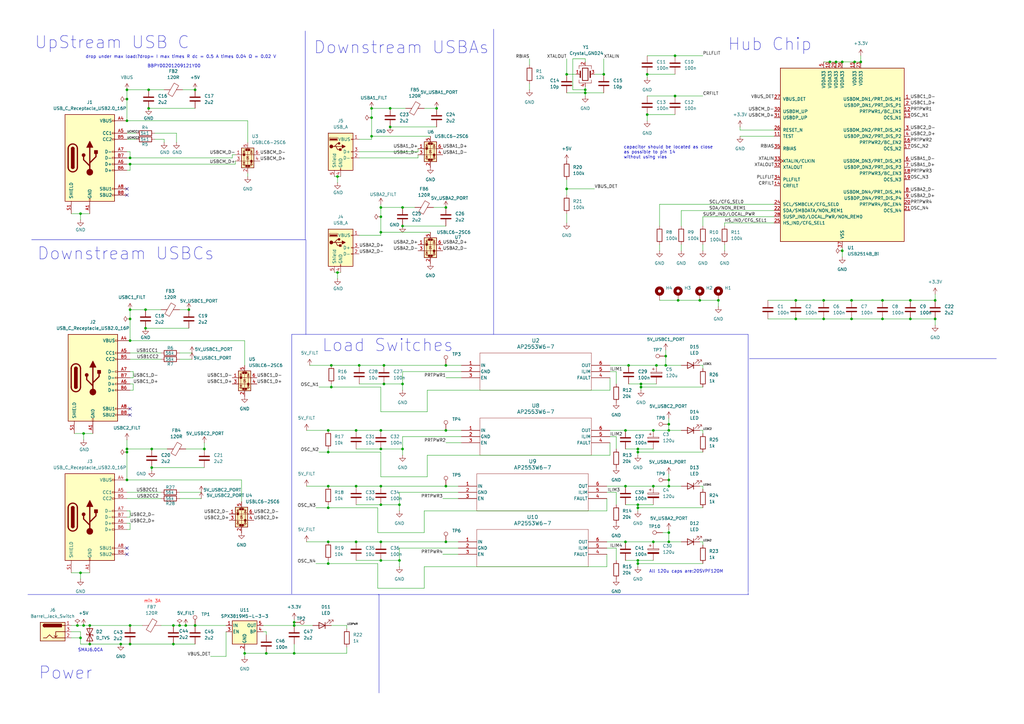
<source format=kicad_sch>
(kicad_sch (version 20250114) (generator "eeschema") (generator_version "9.0")
  (paper "A3")
  (title_block (title "Active USB HUB") (date "2025-11-25"))
  (lib_symbols
    (symbol "2025-10-27_21-41-42:AP2553W6-7" (pin_names (offset 0.254))
      (property "Reference" "U" (at 30.48 10.16 0))
      (property "Value" "AP2553W6-7" (at 30.48 7.62 0))
      (symbol "AP2553W6-7_0_1"
        (pin input line (at 0 0 0) (length 7.62) (name "IN") (number "1"))
        (pin power_in line (at 0 -2.54 0) (length 7.62) (name "GND") (number "2"))
        (pin input line (at 0 -5.08 0) (length 7.62) (name "EN") (number "3"))
        (pin output line (at 60.96 0 180) (length 7.62) (name "OUT") (number "6"))
        (pin output line (at 60.96 -2.54 180) (length 7.62) (name "ILIM") (number "5"))
        (pin output line (at 60.96 -5.08 180) (length 7.62) (name "FAULT") (number "4"))
      )
    )
    (symbol "Connector:Barrel_Jack_Switch" (pin_names (hide yes))
      (property "Reference" "J" (at 0 5.334 0))
      (property "Value" "Barrel_Jack_Switch" (at 0 -5.08 0))
      (symbol "Barrel_Jack_Switch_1_1"
        (pin passive line (at 7.62 2.54 180) (length 2.54) (name "~") (number "1"))
        (pin passive line (at 7.62 0 180) (length 2.54) (name "~") (number "3"))
        (pin passive line (at 7.62 -2.54 180) (length 2.54) (name "~") (number "2"))
      )
    )
    (symbol "Connector:TestPoint" (pin_numbers (hide yes)) (pin_names (offset 0.762) (hide yes))
      (property "Reference" "TP" (at 0 6.858 0))
      (property "Value" "TestPoint" (at 0 5.08 0))
      (symbol "TestPoint_1_1"
        (pin passive line (at 0 0 90) (length 2.54) (name "1") (number "1"))
      )
    )
    (symbol "Connector:USB_A" (pin_names (offset 1.016))
      (property "Reference" "J" (at -5.08 11.43 0))
      (property "Value" "USB_A" (at -5.08 8.89 0))
      (symbol "USB_A_1_1"
        (pin passive line (at -2.54 -10.16 90) (length 2.54) (name "Shield") (number "5"))
        (pin power_in line (at 0 -10.16 90) (length 2.54) (name "GND") (number "4"))
        (pin power_in line (at 7.62 5.08 180) (length 2.54) (name "VBUS") (number "1"))
        (pin bidirectional line (at 7.62 0 180) (length 2.54) (name "D+") (number "3"))
        (pin bidirectional line (at 7.62 -2.54 180) (length 2.54) (name "D-") (number "2"))
      )
    )
    (symbol "Connector:USB_C_Receptacle_USB2.0_16P" (pin_names (offset 1.016))
      (property "Reference" "J" (at 0 22.225 0))
      (property "Value" "USB_C_Receptacle_USB2.0_16P" (at 0 19.685 0))
      (symbol "USB_C_Receptacle_USB2.0_16P_1_1"
        (pin passive line (at -7.62 -22.86 90) (length 5.08) (name "SHIELD") (number "S1"))
        (pin passive line (at 0 -22.86 90) (length 5.08) (name "GND") (number "A1"))
        (pin passive line (at 0 -22.86 90) (length 5.08) (hide yes) (name "GND") (number "A12"))
        (pin passive line (at 0 -22.86 90) (length 5.08) (hide yes) (name "GND") (number "B1"))
        (pin passive line (at 0 -22.86 90) (length 5.08) (hide yes) (name "GND") (number "B12"))
        (pin passive line (at 15.24 15.24 180) (length 5.08) (name "VBUS") (number "A4"))
        (pin passive line (at 15.24 15.24 180) (length 5.08) (hide yes) (name "VBUS") (number "A9"))
        (pin passive line (at 15.24 15.24 180) (length 5.08) (hide yes) (name "VBUS") (number "B4"))
        (pin passive line (at 15.24 15.24 180) (length 5.08) (hide yes) (name "VBUS") (number "B9"))
        (pin bidirectional line (at 15.24 10.16 180) (length 5.08) (name "CC1") (number "A5"))
        (pin bidirectional line (at 15.24 7.62 180) (length 5.08) (name "CC2") (number "B5"))
        (pin bidirectional line (at 15.24 2.54 180) (length 5.08) (name "D-") (number "A7"))
        (pin bidirectional line (at 15.24 0 180) (length 5.08) (name "D-") (number "B7"))
        (pin bidirectional line (at 15.24 -2.54 180) (length 5.08) (name "D+") (number "A6"))
        (pin bidirectional line (at 15.24 -5.08 180) (length 5.08) (name "D+") (number "B6"))
        (pin bidirectional line (at 15.24 -12.7 180) (length 5.08) (name "SBU1") (number "A8"))
        (pin bidirectional line (at 15.24 -15.24 180) (length 5.08) (name "SBU2") (number "B8"))
      )
    )
    (symbol "Device:C" (pin_numbers (hide yes)) (pin_names (offset 0.254))
      (property "Reference" "C" (at 0.635 2.54 0))
      (property "Value" "C" (at 0.635 -2.54 0))
      (symbol "C_1_1"
        (pin passive line (at 0 3.81 270) (length 2.794) (name "~") (number "1"))
        (pin passive line (at 0 -3.81 90) (length 2.794) (name "~") (number "2"))
      )
    )
    (symbol "Device:C_Polarized" (pin_numbers (hide yes)) (pin_names (offset 0.254))
      (property "Reference" "C" (at 0.635 2.54 0))
      (property "Value" "C_Polarized" (at 0.635 -2.54 0))
      (symbol "C_Polarized_1_1"
        (pin passive line (at 0 3.81 270) (length 2.794) (name "~") (number "1"))
        (pin passive line (at 0 -3.81 90) (length 2.794) (name "~") (number "2"))
      )
    )
    (symbol "Device:Crystal_GND24" (pin_names (offset 1.016) (hide yes))
      (property "Reference" "Y" (at 3.175 5.08 0))
      (property "Value" "Crystal_GND24" (at 3.175 3.175 0))
      (symbol "Crystal_GND24_1_1"
        (pin passive line (at -3.81 0 0) (length 1.27) (name "1") (number "1"))
        (pin passive line (at 0 5.08 270) (length 1.27) (name "2") (number "2"))
        (pin passive line (at 0 -5.08 90) (length 1.27) (name "4") (number "4"))
        (pin passive line (at 3.81 0 180) (length 1.27) (name "3") (number "3"))
      )
    )
    (symbol "Device:D_TVS" (pin_numbers (hide yes)) (pin_names (offset 1.016) (hide yes))
      (property "Reference" "D" (at 0 2.54 0))
      (property "Value" "D_TVS" (at 0 -2.54 0))
      (symbol "D_TVS_1_1"
        (pin passive line (at -3.81 0 0) (length 2.54) (name "A1") (number "1"))
        (pin passive line (at 3.81 0 180) (length 2.54) (name "A2") (number "2"))
      )
    )
    (symbol "Device:FerriteBead" (pin_numbers (hide yes)) (pin_names (offset 0))
      (property "Reference" "FB" (at -3.81 0.635 90))
      (property "Value" "FerriteBead" (at 3.81 0 90))
      (symbol "FerriteBead_1_1"
        (pin passive line (at 0 3.81 270) (length 2.54) (name "~") (number "1"))
        (pin passive line (at 0 -3.81 90) (length 2.54) (name "~") (number "2"))
      )
    )
    (symbol "Device:LED" (pin_numbers (hide yes)) (pin_names (offset 1.016) (hide yes))
      (property "Reference" "D" (at 0 2.54 0))
      (property "Value" "LED" (at 0 -2.54 0))
      (symbol "LED_1_1"
        (pin passive line (at -3.81 0 0) (length 2.54) (name "K") (number "1"))
        (pin passive line (at 3.81 0 180) (length 2.54) (name "A") (number "2"))
      )
    )
    (symbol "Device:R" (pin_numbers (hide yes)) (pin_names (offset 0))
      (property "Reference" "R" (at 2.032 0 90))
      (property "Value" "R" (at 0 0 90))
      (symbol "R_1_1"
        (pin passive line (at 0 3.81 270) (length 1.27) (name "~") (number "1"))
        (pin passive line (at 0 -3.81 90) (length 1.27) (name "~") (number "2"))
      )
    )
    (symbol "Interface_USB:USB2514B_Bi" (pin_names (offset 1.016))
      (property "Reference" "U" (at -17.78 40.64 0))
      (property "Value" "USB2514B_Bi" (at -20.32 38.1 0))
      (symbol "USB2514B_Bi_1_1"
        (pin input line (at -27.94 22.86 0) (length 2.54) (name "VBUS_DET") (number "27"))
        (pin bidirectional line (at -27.94 17.78 0) (length 2.54) (name "USBDM_UP") (number "30"))
        (pin bidirectional line (at -27.94 15.24 0) (length 2.54) (name "USBDP_UP") (number "31"))
        (pin input line (at -27.94 10.16 0) (length 2.54) (name "RESET_N") (number "26"))
        (pin input line (at -27.94 7.62 0) (length 2.54) (name "TEST") (number "11"))
        (pin input line (at -27.94 2.54 0) (length 2.54) (name "RBIAS") (number "35"))
        (pin input clock (at -27.94 -2.54 0) (length 2.54) (name "XTALIN/CLKIN") (number "33"))
        (pin output line (at -27.94 -5.08 0) (length 2.54) (name "XTALOUT") (number "32"))
        (pin input line (at -27.94 -10.16 0) (length 2.54) (name "PLLFILT") (number "34"))
        (pin input line (at -27.94 -12.7 0) (length 2.54) (name "CRFILT") (number "14"))
        (pin bidirectional line (at -27.94 -20.32 0) (length 2.54) (name "SCL/SMBCLK/CFG_SEL0") (number "24"))
        (pin bidirectional line (at -27.94 -22.86 0) (length 2.54) (name "SDA/SMBDATA/NON_REM1") (number "22"))
        (pin bidirectional line (at -27.94 -25.4 0) (length 2.54) (name "SUSP_IND/LOCAL_PWR/NON_REM0") (number "28"))
        (pin bidirectional line (at -27.94 -27.94 0) (length 2.54) (name "HS_IND/CFG_SEL1") (number "25"))
        (pin power_in line (at -7.62 38.1 270) (length 2.54) (name "VDDA33") (number "5"))
        (pin power_in line (at -5.08 38.1 270) (length 2.54) (name "VDDA33") (number "10"))
        (pin power_in line (at -2.54 38.1 270) (length 2.54) (name "VDDA33") (number "29"))
        (pin power_in line (at 0 38.1 270) (length 2.54) (name "VDDA33") (number "36"))
        (pin power_in line (at 0 -38.1 90) (length 2.54) (name "VSS") (number "37"))
        (pin power_in line (at 5.08 38.1 270) (length 2.54) (name "VDD33") (number "15"))
        (pin power_in line (at 7.62 38.1 270) (length 2.54) (name "VDD33") (number "23"))
        (pin bidirectional line (at 27.94 22.86 180) (length 2.54) (name "USBDM_DN1/PRT_DIS_M1") (number "1"))
        (pin bidirectional line (at 27.94 20.32 180) (length 2.54) (name "USBDP_DN1/PRT_DIS_P1") (number "2"))
        (pin bidirectional line (at 27.94 17.78 180) (length 2.54) (name "PRTPWR1/BC_EN1") (number "12"))
        (pin input line (at 27.94 15.24 180) (length 2.54) (name "OCS_N1") (number "13"))
        (pin bidirectional line (at 27.94 10.16 180) (length 2.54) (name "USBDM_DN2/PRT_DIS_M2") (number "3"))
        (pin bidirectional line (at 27.94 7.62 180) (length 2.54) (name "USBDP_DN2/PRT_DIS_P2") (number "4"))
        (pin bidirectional line (at 27.94 5.08 180) (length 2.54) (name "PRTPWR2/BC_EN2") (number "16"))
        (pin input line (at 27.94 2.54 180) (length 2.54) (name "OCS_N2") (number "17"))
        (pin bidirectional line (at 27.94 -2.54 180) (length 2.54) (name "USBDM_DN3/PRT_DIS_M3") (number "6"))
        (pin bidirectional line (at 27.94 -5.08 180) (length 2.54) (name "USBDP_DN3/PRT_DIS_P3") (number "7"))
        (pin bidirectional line (at 27.94 -7.62 180) (length 2.54) (name "PRTPWR3/BC_EN3") (number "18"))
        (pin input line (at 27.94 -10.16 180) (length 2.54) (name "OCS_N3") (number "19"))
        (pin bidirectional line (at 27.94 -15.24 180) (length 2.54) (name "USBDM_DN4/PRT_DIS_M4") (number "8"))
        (pin bidirectional line (at 27.94 -17.78 180) (length 2.54) (name "USBDP_DN4/PRT_DIS_P4") (number "9"))
        (pin bidirectional line (at 27.94 -20.32 180) (length 2.54) (name "PRTPWR4/BC_EN4") (number "20"))
        (pin input line (at 27.94 -22.86 180) (length 2.54) (name "OCS_N4") (number "21"))
      )
    )
    (symbol "Mechanical:MountingHole_Pad" (pin_numbers (hide yes)) (pin_names (offset 1.016) (hide yes)) (in_bom no)
      (property "Reference" "H" (at 0 6.35 0))
      (property "Value" "MountingHole_Pad" (at 0 4.445 0))
      (symbol "MountingHole_Pad_1_1"
        (pin input line (at 0 -2.54 90) (length 2.54) (name "1") (number "1"))
      )
    )
    (symbol "Power_Protection:USBLC6-2SC6" (pin_names (hide yes))
      (property "Reference" "U" (at 0.635 5.715 0))
      (property "Value" "USBLC6-2SC6" (at 0.635 3.81 0))
      (symbol "USBLC6-2SC6_1_1"
        (pin passive line (at -5.08 0 0) (length 2.54) (name "I/O1") (number "1"))
        (pin passive line (at -5.08 -2.54 0) (length 2.54) (name "I/O2") (number "3"))
        (pin passive line (at 0 5.08 270) (length 2.54) (name "VBUS") (number "5"))
        (pin passive line (at 0 -7.62 90) (length 2.54) (name "GND") (number "2"))
        (pin passive line (at 5.08 0 180) (length 2.54) (name "I/O1") (number "6"))
        (pin passive line (at 5.08 -2.54 180) (length 2.54) (name "I/O2") (number "4"))
      )
    )
    (symbol "Regulator_Linear:SPX3819M5-L-3-3" (pin_names (offset 0.254))
      (property "Reference" "U" (at -3.81 5.715 0))
      (property "Value" "SPX3819M5-L-3-3" (at 0 5.715 0))
      (symbol "SPX3819M5-L-3-3_1_1"
        (pin power_in line (at -7.62 2.54 0) (length 2.54) (name "IN") (number "1"))
        (pin input line (at -7.62 0 0) (length 2.54) (name "EN") (number "3"))
        (pin power_in line (at 0 -7.62 90) (length 2.54) (name "GND") (number "2"))
        (pin power_out line (at 7.62 2.54 180) (length 2.54) (name "OUT") (number "5"))
        (pin input line (at 7.62 0 180) (length 2.54) (name "BP") (number "4"))
      )
    )
    (symbol "power:+3.3V" (power) (pin_numbers (hide yes)) (pin_names (offset 0) (hide yes))
      (property "Value" "+3.3V" (at 0 3.556 0))
      (symbol "+3.3V_1_1"
        (pin power_in line (at 0 0 90) (length 0) (name "~") (number "1"))
      )
    )
    (symbol "power:+5V" (power) (pin_numbers (hide yes)) (pin_names (offset 0) (hide yes))
      (property "Value" "+5V" (at 0 3.556 0))
      (symbol "+5V_1_1"
        (pin power_in line (at 0 0 90) (length 0) (name "~") (number "1"))
      )
    )
    (symbol "power:GND" (power) (pin_numbers (hide yes)) (pin_names (offset 0) (hide yes))
      (property "Value" "GND" (at 0 -3.81 0))
      (symbol "GND_1_1"
        (pin power_in line (at 0 0 270) (length 0) (name "~") (number "1"))
      )
    )
    (symbol "power:PWR_FLAG" (power) (pin_numbers (hide yes)) (pin_names (offset 0) (hide yes))
      (property "Value" "PWR_FLAG" (at 0 3.81 0))
      (symbol "PWR_FLAG_0_0"
        (pin power_out line (at 0 0 90) (length 0) (name "~") (number "1"))
      )
    )
    (symbol "power:VBUS" (power) (pin_numbers (hide yes)) (pin_names (offset 0) (hide yes))
      (property "Value" "VBUS" (at 0 3.556 0))
      (symbol "VBUS_1_1"
        (pin power_in line (at 0 0 90) (length 0) (name "~") (number "1"))
      )
    )
  )
  (text "min 3A" (at 62.484 246.634 0) (effects (font (size 1.27 1.27))))
  (text "Power" (at 26.924 276.098 0) (effects (font (size 5 5))))
  (text "Downstream USBCs\n" (at 51.562 104.14 0) (effects (font (size 5 5))))
  (text "capacitor should be located as close \nas possible to pin 14 \nwithout using vias" (at 255.778 62.484 0) (effects (font (size 1.27 1.27)) (justify left)))
  (text "UpStream USB C" (at 45.974 17.526 0) (effects (font (size 5 5))))
  (text "Load Switches" (at 159.004 141.732 0) (effects (font (size 5 5))))
  (text "BBPY00201209121Y00" (at 71.374 27.178 0) (effects (font (size 1.27 1.27))))
  (text "Hub Chip" (at 315.722 18.288 0) (effects (font (size 5 5))))
  (text "SMAJ6.0CA\n" (at 37.084 266.7 0) (effects (font (size 1.27 1.27))))
  (text "drop under max load:𝑉drop= I max times R dc = 0.5 A times 0.04 Ω = 0.02 V \n" (at 74.676 23.368 0) (effects (font (size 1.27 1.27))))
  (text "All 120u caps are:20SVPF120M" (at 281.432 234.442 0) (effects (font (size 1.27 1.27))))
  (text "Downstream USBAs\n\n" (at 164.592 23.622 0) (effects (font (size 5 5))))
  (junction (at 326.39 130.81))
  (junction (at 52.07 36.83))
  (junction (at 71.12 264.16))
  (junction (at 62.23 184.15))
  (junction (at 152.4 48.26))
  (junction (at 265.43 30.48))
  (junction (at 52.07 184.15))
  (junction (at 135.89 158.75))
  (junction (at 262.89 157.48))
  (junction (at 165.1 184.15))
  (junction (at 240.03 36.83))
  (junction (at 134.62 231.14))
  (junction (at 340.36 25.4))
  (junction (at 274.32 199.39))
  (junction (at 156.21 229.87))
  (junction (at 80.01 36.83))
  (junction (at 152.4 55.88))
  (junction (at 261.62 207.01))
  (junction (at 77.47 127))
  (junction (at 31.75 256.54))
  (junction (at 273.05 149.86))
  (junction (at 147.32 149.86))
  (junction (at 138.43 111.76))
  (junction (at 342.9 25.4))
  (junction (at 146.05 222.25))
  (junction (at 274.32 196.85))
  (junction (at 337.82 123.19))
  (junction (at 62.23 191.77))
  (junction (at 247.65 30.48))
  (junction (at 59.69 134.62))
  (junction (at 138.43 72.39))
  (junction (at 267.97 222.25))
  (junction (at 146.05 176.53))
  (junction (at 182.88 199.39))
  (junction (at 373.38 123.19))
  (junction (at 156.21 222.25))
  (junction (at 156.21 85.09))
  (junction (at 76.2 256.54))
  (junction (at 350.52 25.4))
  (junction (at 60.96 36.83))
  (junction (at 261.62 229.87))
  (junction (at 146.05 199.39))
  (junction (at 261.62 184.15))
  (junction (at 262.89 158.75))
  (junction (at 53.34 256.54))
  (junction (at 80.01 256.54))
  (junction (at 265.43 46.99))
  (junction (at 156.21 95.25))
  (junction (at 276.86 22.86))
  (junction (at 36.83 256.54))
  (junction (at 256.54 176.53))
  (junction (at 109.22 267.97))
  (junction (at 83.82 184.15))
  (junction (at 261.62 208.28))
  (junction (at 383.54 123.19))
  (junction (at 163.83 229.87))
  (junction (at 156.21 207.01))
  (junction (at 100.33 267.97))
  (junction (at 36.83 264.16))
  (junction (at 156.21 88.9))
  (junction (at 156.21 199.39))
  (junction (at 120.65 255.27))
  (junction (at 274.32 173.99))
  (junction (at 261.62 185.42))
  (junction (at 152.4 44.45))
  (junction (at 261.62 231.14))
  (junction (at 73.66 256.54))
  (junction (at 353.06 25.4))
  (junction (at 345.44 102.87))
  (junction (at 34.29 177.8))
  (junction (at 53.34 64.77))
  (junction (at 165.1 85.09))
  (junction (at 120.65 267.97))
  (junction (at 165.1 157.48))
  (junction (at 294.64 123.19))
  (junction (at 156.21 176.53))
  (junction (at 256.54 199.39))
  (junction (at 60.96 44.45))
  (junction (at 160.02 44.45))
  (junction (at 33.02 234.95))
  (junction (at 52.07 185.42))
  (junction (at 134.62 176.53))
  (junction (at 240.03 38.1))
  (junction (at 257.81 149.86))
  (junction (at 269.24 149.86))
  (junction (at 134.62 208.28))
  (junction (at 274.32 222.25))
  (junction (at 160.02 52.07))
  (junction (at 53.34 67.31))
  (junction (at 273.05 146.05))
  (junction (at 373.38 130.81))
  (junction (at 34.29 256.54))
  (junction (at 383.54 130.81))
  (junction (at 232.41 77.47))
  (junction (at 179.07 44.45))
  (junction (at 182.88 149.86))
  (junction (at 49.53 264.16))
  (junction (at 165.1 92.71))
  (junction (at 53.34 127))
  (junction (at 278.13 123.19))
  (junction (at 163.83 207.01))
  (junction (at 361.95 123.19))
  (junction (at 33.02 87.63))
  (junction (at 337.82 130.81))
  (junction (at 157.48 149.86))
  (junction (at 59.69 127))
  (junction (at 52.07 196.85))
  (junction (at 52.07 49.53))
  (junction (at 157.48 157.48))
  (junction (at 134.62 222.25))
  (junction (at 71.12 256.54))
  (junction (at 276.86 39.37))
  (junction (at 256.54 222.25))
  (junction (at 134.62 199.39))
  (junction (at 135.89 149.86))
  (junction (at 182.88 85.09))
  (junction (at 182.88 222.25))
  (junction (at 182.88 176.53))
  (junction (at 274.32 218.44))
  (junction (at 361.95 130.81))
  (junction (at 349.25 130.81))
  (junction (at 120.65 256.54))
  (junction (at 52.07 40.64))
  (junction (at 53.34 139.7))
  (junction (at 326.39 123.19))
  (junction (at 287.02 123.19))
  (junction (at 267.97 199.39))
  (junction (at 33.02 261.62))
  (junction (at 134.62 185.42))
  (junction (at 53.34 130.81))
  (junction (at 232.41 30.48))
  (junction (at 349.25 123.19))
  (junction (at 267.97 176.53))
  (junction (at 345.44 25.4))
  (junction (at 274.32 176.53))
  (junction (at 53.34 264.16))
  (junction (at 156.21 184.15))
  (no_connect (at 52.07 227.33))
  (no_connect (at 52.07 77.47))
  (no_connect (at 52.07 224.79))
  (no_connect (at 52.07 80.01))
  (no_connect (at 53.34 170.18))
  (no_connect (at 53.34 167.64))
  (wire (pts (xy 137.16 72.39) (xy 138.43 72.39)))
  (wire (pts (xy 120.65 254) (xy 120.65 255.27)))
  (wire (pts (xy 36.83 264.16) (xy 49.53 264.16)))
  (wire (pts (xy 130.81 158.75) (xy 135.89 158.75)))
  (wire (pts (xy 52.07 214.63) (xy 53.34 214.63)))
  (wire (pts (xy 261.62 185.42) (xy 288.29 185.42)))
  (wire (pts (xy 181.61 227.33) (xy 187.96 227.33)))
  (wire (pts (xy 243.84 30.48) (xy 247.65 30.48)))
  (wire (pts (xy 130.81 185.42) (xy 134.62 185.42)))
  (wire (pts (xy 314.96 130.81) (xy 326.39 130.81)))
  (wire (pts (xy 156.21 168.91) (xy 156.21 158.75)))
  (wire (pts (xy 349.25 130.81) (xy 361.95 130.81)))
  (wire (pts (xy 66.04 256.54) (xy 71.12 256.54)))
  (wire (pts (xy 146.05 184.15) (xy 156.21 184.15)))
  (wire (pts (xy 163.83 207.01) (xy 163.83 209.55)))
  (wire (pts (xy 146.05 207.01) (xy 156.21 207.01)))
  (wire (pts (xy 53.34 256.54) (xy 58.42 256.54)))
  (wire (pts (xy 156.21 199.39) (xy 182.88 199.39)))
  (wire (pts (xy 256.54 199.39) (xy 267.97 199.39)))
  (wire (pts (xy 353.06 22.86) (xy 353.06 25.4)))
  (wire (pts (xy 232.41 38.1) (xy 240.03 38.1)))
  (wire (pts (xy 326.39 123.19) (xy 337.82 123.19)))
  (wire (pts (xy 257.81 149.86) (xy 269.24 149.86)))
  (wire (pts (xy 100.33 266.7) (xy 100.33 267.97)))
  (wire (pts (xy 134.62 208.28) (xy 154.94 208.28)))
  (wire (pts (xy 53.34 160.02) (xy 54.61 160.02)))
  (wire (pts (xy 52.07 212.09) (xy 53.34 212.09)))
  (wire (pts (xy 182.88 149.86) (xy 189.23 149.86)))
  (wire (pts (xy 156.21 95.25) (xy 176.53 95.25)))
  (wire (pts (xy 270.51 123.19) (xy 278.13 123.19)))
  (wire (pts (xy 288.29 199.39) (xy 288.29 200.66)))
  (wire (pts (xy 163.83 224.79) (xy 163.83 229.87)))
  (wire (pts (xy 95.25 64.77) (xy 95.25 63.5)))
  (wire (pts (xy 52.07 185.42) (xy 52.07 196.85)))
  (wire (pts (xy 287.02 176.53) (xy 288.29 176.53)))
  (wire (pts (xy 248.92 209.55) (xy 173.99 209.55)))
  (wire (pts (xy 294.64 123.19) (xy 294.64 125.73)))
  (wire (pts (xy 59.69 134.62) (xy 77.47 134.62)))
  (wire (pts (xy 152.4 55.88) (xy 176.53 55.88)))
  (wire (pts (xy 127 149.86) (xy 135.89 149.86)))
  (wire (pts (xy 250.19 176.53) (xy 256.54 176.53)))
  (wire (pts (xy 134.62 229.87) (xy 134.62 231.14)))
  (wire (pts (xy 340.36 25.4) (xy 342.9 25.4)))
  (wire (pts (xy 261.62 184.15) (xy 261.62 185.42)))
  (wire (pts (xy 33.02 87.63) (xy 33.02 90.17)))
  (wire (pts (xy 273.05 143.51) (xy 273.05 146.05)))
  (wire (pts (xy 52.07 209.55) (xy 53.34 209.55)))
  (wire (pts (xy 248.92 199.39) (xy 256.54 199.39)))
  (wire (pts (xy 297.18 91.44) (xy 297.18 92.71)))
  (wire (pts (xy 232.41 30.48) (xy 236.22 30.48)))
  (wire (pts (xy 288.29 222.25) (xy 288.29 223.52)))
  (wire (pts (xy 288.29 88.9) (xy 317.5 88.9)))
  (wire (pts (xy 109.22 259.08) (xy 109.22 260.35)))
  (wire (pts (xy 96.52 67.31) (xy 96.52 66.04)))
  (wire (pts (xy 160.02 52.07) (xy 179.07 52.07)))
  (wire (pts (xy 234.95 36.83) (xy 240.03 36.83)))
  (wire (pts (xy 349.25 123.19) (xy 361.95 123.19)))
  (wire (pts (xy 129.54 208.28) (xy 134.62 208.28)))
  (wire (pts (xy 250.19 186.69) (xy 175.26 186.69)))
  (wire (pts (xy 101.6 71.12) (xy 101.6 72.39)))
  (wire (pts (xy 76.2 256.54) (xy 80.01 256.54)))
  (wire (pts (xy 63.5 57.15) (xy 67.31 57.15)))
  (wire (pts (xy 29.21 259.08) (xy 33.02 259.08)))
  (wire (pts (xy 303.53 55.88) (xy 317.5 55.88)))
  (wire (pts (xy 120.65 267.97) (xy 120.65 264.16)))
  (wire (pts (xy 265.43 46.99) (xy 276.86 46.99)))
  (wire (pts (xy 261.62 229.87) (xy 261.62 231.14)))
  (wire (pts (xy 273.05 146.05) (xy 273.05 149.86)))
  (wire (pts (xy 288.29 88.9) (xy 288.29 92.71)))
  (wire (pts (xy 147.32 157.48) (xy 157.48 157.48)))
  (wire (pts (xy 252.73 224.79) (xy 248.92 224.79)))
  (wire (pts (xy 157.48 157.48) (xy 165.1 157.48)))
  (wire (pts (xy 147.32 62.23) (xy 171.45 62.23)))
  (wire (pts (xy 134.62 222.25) (xy 146.05 222.25)))
  (polyline (pts (xy 125.222 12.7) (xy 125.222 98.298)))
  (wire (pts (xy 165.1 152.4) (xy 189.23 152.4)))
  (wire (pts (xy 250.19 160.02) (xy 175.26 160.02)))
  (wire (pts (xy 252.73 184.15) (xy 252.73 179.07)))
  (wire (pts (xy 182.88 181.61) (xy 189.23 181.61)))
  (wire (pts (xy 267.97 176.53) (xy 274.32 176.53)))
  (wire (pts (xy 99.06 205.74) (xy 99.06 196.85)))
  (wire (pts (xy 279.4 86.36) (xy 317.5 86.36)))
  (wire (pts (xy 175.26 168.91) (xy 156.21 168.91)))
  (wire (pts (xy 135.89 256.54) (xy 142.24 256.54)))
  (wire (pts (xy 54.61 152.4) (xy 54.61 154.94)))
  (wire (pts (xy 156.21 207.01) (xy 163.83 207.01)))
  (wire (pts (xy 165.1 179.07) (xy 189.23 179.07)))
  (wire (pts (xy 146.05 176.53) (xy 156.21 176.53)))
  (wire (pts (xy 138.43 72.39) (xy 138.43 74.93)))
  (wire (pts (xy 217.17 34.29) (xy 217.17 36.83)))
  (wire (pts (xy 52.07 69.85) (xy 53.34 69.85)))
  (wire (pts (xy 165.1 85.09) (xy 170.18 85.09)))
  (wire (pts (xy 52.07 57.15) (xy 55.88 57.15)))
  (wire (pts (xy 53.34 157.48) (xy 54.61 157.48)))
  (wire (pts (xy 30.48 177.8) (xy 34.29 177.8)))
  (wire (pts (xy 232.41 73.66) (xy 232.41 77.47)))
  (wire (pts (xy 248.92 227.33) (xy 248.92 232.41)))
  (wire (pts (xy 156.21 88.9) (xy 156.21 95.25)))
  (wire (pts (xy 29.21 256.54) (xy 31.75 256.54)))
  (wire (pts (xy 52.07 64.77) (xy 53.34 64.77)))
  (wire (pts (xy 287.02 123.19) (xy 294.64 123.19)))
  (wire (pts (xy 265.43 39.37) (xy 276.86 39.37)))
  (wire (pts (xy 125.73 199.39) (xy 134.62 199.39)))
  (polyline (pts (xy 155.194 243.84) (xy 307.086 243.84)))
  (wire (pts (xy 314.96 123.19) (xy 326.39 123.19)))
  (wire (pts (xy 107.95 256.54) (xy 120.65 256.54)))
  (wire (pts (xy 234.95 24.13) (xy 234.95 36.83)))
  (wire (pts (xy 33.02 234.95) (xy 36.83 234.95)))
  (wire (pts (xy 261.62 207.01) (xy 267.97 207.01)))
  (wire (pts (xy 274.32 176.53) (xy 279.4 176.53)))
  (wire (pts (xy 31.75 256.54) (xy 34.29 256.54)))
  (wire (pts (xy 53.34 139.7) (xy 53.34 130.81)))
  (wire (pts (xy 62.23 191.77) (xy 83.82 191.77)))
  (wire (pts (xy 287.02 199.39) (xy 288.29 199.39)))
  (wire (pts (xy 63.5 54.61) (xy 72.39 54.61)))
  (wire (pts (xy 33.02 264.16) (xy 36.83 264.16)))
  (wire (pts (xy 52.07 40.64) (xy 52.07 36.83)))
  (wire (pts (xy 52.07 36.83) (xy 60.96 36.83)))
  (wire (pts (xy 109.22 267.97) (xy 120.65 267.97)))
  (wire (pts (xy 262.89 157.48) (xy 269.24 157.48)))
  (wire (pts (xy 276.86 22.86) (xy 288.29 22.86)))
  (wire (pts (xy 171.45 64.77) (xy 171.45 63.5)))
  (wire (pts (xy 147.32 57.15) (xy 152.4 57.15)))
  (wire (pts (xy 240.03 38.1) (xy 240.03 39.37)))
  (wire (pts (xy 232.41 77.47) (xy 232.41 80.01)))
  (wire (pts (xy 73.66 144.78) (xy 78.74 144.78)))
  (wire (pts (xy 248.92 222.25) (xy 256.54 222.25)))
  (wire (pts (xy 252.73 207.01) (xy 252.73 201.93)))
  (wire (pts (xy 135.89 149.86) (xy 147.32 149.86)))
  (wire (pts (xy 240.03 25.4) (xy 240.03 24.13)))
  (wire (pts (xy 262.89 157.48) (xy 262.89 158.75)))
  (wire (pts (xy 287.02 149.86) (xy 288.29 149.86)))
  (wire (pts (xy 73.66 127) (xy 77.47 127)))
  (wire (pts (xy 171.45 62.23) (xy 171.45 60.96)))
  (wire (pts (xy 138.43 111.76) (xy 139.7 111.76)))
  (wire (pts (xy 152.4 55.88) (xy 152.4 48.26)))
  (wire (pts (xy 257.81 157.48) (xy 262.89 157.48)))
  (wire (pts (xy 96.52 67.31) (xy 53.34 67.31)))
  (wire (pts (xy 53.34 217.17) (xy 53.34 214.63)))
  (wire (pts (xy 256.54 176.53) (xy 267.97 176.53)))
  (wire (pts (xy 262.89 158.75) (xy 262.89 160.02)))
  (wire (pts (xy 250.19 149.86) (xy 257.81 149.86)))
  (wire (pts (xy 62.23 184.15) (xy 68.58 184.15)))
  (wire (pts (xy 156.21 195.58) (xy 156.21 185.42)))
  (wire (pts (xy 53.34 144.78) (xy 66.04 144.78)))
  (wire (pts (xy 247.65 24.13) (xy 247.65 30.48)))
  (wire (pts (xy 52.07 49.53) (xy 52.07 40.64)))
  (wire (pts (xy 29.21 234.95) (xy 33.02 234.95)))
  (wire (pts (xy 53.34 264.16) (xy 71.12 264.16)))
  (wire (pts (xy 287.02 222.25) (xy 288.29 222.25)))
  (polyline (pts (xy 306.832 243.84) (xy 306.832 243.078)))
  (wire (pts (xy 248.92 232.41) (xy 173.99 232.41)))
  (wire (pts (xy 261.62 208.28) (xy 288.29 208.28)))
  (wire (pts (xy 274.32 222.25) (xy 279.4 222.25)))
  (wire (pts (xy 73.66 201.93) (xy 82.55 201.93)))
  (wire (pts (xy 279.4 100.33) (xy 279.4 102.87)))
  (wire (pts (xy 361.95 123.19) (xy 373.38 123.19)))
  (wire (pts (xy 181.61 204.47) (xy 187.96 204.47)))
  (wire (pts (xy 240.03 35.56) (xy 240.03 36.83)))
  (wire (pts (xy 271.78 218.44) (xy 274.32 218.44)))
  (wire (pts (xy 62.23 191.77) (xy 62.23 193.04)))
  (wire (pts (xy 240.03 24.13) (xy 234.95 24.13)))
  (wire (pts (xy 36.83 256.54) (xy 53.34 256.54)))
  (wire (pts (xy 270.51 83.82) (xy 270.51 92.71)))
  (wire (pts (xy 34.29 177.8) (xy 34.29 180.34)))
  (wire (pts (xy 95.25 63.5) (xy 96.52 63.5)))
  (wire (pts (xy 165.1 179.07) (xy 165.1 184.15)))
  (wire (pts (xy 337.82 123.19) (xy 349.25 123.19)))
  (wire (pts (xy 73.66 147.32) (xy 78.74 147.32)))
  (wire (pts (xy 49.53 264.16) (xy 53.34 264.16)))
  (wire (pts (xy 73.66 256.54) (xy 76.2 256.54)))
  (polyline (pts (xy 119.634 137.16) (xy 306.832 137.16)) (stroke (width 0) (type solid)))
  (wire (pts (xy 261.62 231.14) (xy 261.62 232.41)))
  (wire (pts (xy 60.96 36.83) (xy 67.31 36.83)))
  (wire (pts (xy 134.62 231.14) (xy 154.94 231.14)))
  (wire (pts (xy 134.62 207.01) (xy 134.62 208.28)))
  (wire (pts (xy 261.62 231.14) (xy 288.29 231.14)))
  (wire (pts (xy 269.24 149.86) (xy 273.05 149.86)))
  (wire (pts (xy 261.62 229.87) (xy 267.97 229.87)))
  (wire (pts (xy 156.21 222.25) (xy 182.88 222.25)))
  (wire (pts (xy 53.34 209.55) (xy 53.34 212.09)))
  (wire (pts (xy 247.65 38.1) (xy 240.03 38.1)))
  (wire (pts (xy 165.1 152.4) (xy 165.1 157.48)))
  (wire (pts (xy 52.07 67.31) (xy 53.34 67.31)))
  (wire (pts (xy 71.12 264.16) (xy 80.01 264.16)))
  (wire (pts (xy 100.33 139.7) (xy 53.34 139.7)))
  (wire (pts (xy 160.02 44.45) (xy 166.37 44.45)))
  (wire (pts (xy 34.29 177.8) (xy 38.1 177.8)))
  (wire (pts (xy 33.02 259.08) (xy 33.02 261.62)))
  (wire (pts (xy 182.88 154.94) (xy 189.23 154.94)))
  (wire (pts (xy 297.18 91.44) (xy 317.5 91.44)))
  (wire (pts (xy 278.13 123.19) (xy 287.02 123.19)))
  (wire (pts (xy 53.34 127) (xy 59.69 127)))
  (wire (pts (xy 383.54 130.81) (xy 383.54 133.35)))
  (wire (pts (xy 147.32 96.52) (xy 156.21 96.52)))
  (wire (pts (xy 267.97 199.39) (xy 274.32 199.39)))
  (wire (pts (xy 129.54 231.14) (xy 134.62 231.14)))
  (wire (pts (xy 152.4 48.26) (xy 152.4 44.45)))
  (wire (pts (xy 274.32 218.44) (xy 274.32 222.25)))
  (wire (pts (xy 146.05 229.87) (xy 156.21 229.87)))
  (wire (pts (xy 256.54 207.01) (xy 261.62 207.01)))
  (wire (pts (xy 256.54 184.15) (xy 261.62 184.15)))
  (wire (pts (xy 175.26 160.02) (xy 175.26 168.91)))
  (wire (pts (xy 53.34 154.94) (xy 54.61 154.94)))
  (wire (pts (xy 86.36 269.24) (xy 92.71 269.24)))
  (wire (pts (xy 134.62 176.53) (xy 146.05 176.53)))
  (wire (pts (xy 142.24 256.54) (xy 142.24 257.81)))
  (wire (pts (xy 52.07 62.23) (xy 53.34 62.23)))
  (wire (pts (xy 146.05 199.39) (xy 156.21 199.39)))
  (wire (pts (xy 154.94 241.3) (xy 154.94 231.14)))
  (wire (pts (xy 345.44 25.4) (xy 350.52 25.4)))
  (wire (pts (xy 273.05 149.86) (xy 279.4 149.86)))
  (polyline (pts (xy 155.448 243.84) (xy 155.448 284.226)))
  (wire (pts (xy 157.48 149.86) (xy 182.88 149.86)))
  (polyline (pts (xy 307.34 147.066) (xy 408.686 147.066)))
  (wire (pts (xy 256.54 229.87) (xy 261.62 229.87)))
  (wire (pts (xy 142.24 265.43) (xy 142.24 267.97)))
  (wire (pts (xy 261.62 184.15) (xy 267.97 184.15)))
  (wire (pts (xy 252.73 179.07) (xy 250.19 179.07)))
  (wire (pts (xy 217.17 24.13) (xy 217.17 26.67)))
  (wire (pts (xy 288.29 149.86) (xy 288.29 151.13)))
  (wire (pts (xy 175.26 186.69) (xy 175.26 195.58)))
  (wire (pts (xy 52.07 180.34) (xy 52.07 184.15)))
  (wire (pts (xy 100.33 149.86) (xy 100.33 139.7)))
  (wire (pts (xy 101.6 49.53) (xy 101.6 58.42)))
  (wire (pts (xy 134.62 185.42) (xy 134.62 184.15)))
  (wire (pts (xy 146.05 222.25) (xy 156.21 222.25)))
  (wire (pts (xy 252.73 229.87) (xy 252.73 224.79)))
  (wire (pts (xy 165.1 157.48) (xy 165.1 160.02)))
  (wire (pts (xy 60.96 44.45) (xy 80.01 44.45)))
  (wire (pts (xy 147.32 149.86) (xy 157.48 149.86)))
  (wire (pts (xy 252.73 157.48) (xy 252.73 152.4)))
  (wire (pts (xy 265.43 31.75) (xy 265.43 30.48)))
  (wire (pts (xy 261.62 185.42) (xy 261.62 186.69)))
  (wire (pts (xy 173.99 44.45) (xy 179.07 44.45)))
  (wire (pts (xy 350.52 25.4) (xy 353.06 25.4)))
  (wire (pts (xy 33.02 261.62) (xy 33.02 264.16)))
  (wire (pts (xy 182.88 176.53) (xy 189.23 176.53)))
  (wire (pts (xy 361.95 130.81) (xy 373.38 130.81)))
  (wire (pts (xy 250.19 154.94) (xy 250.19 160.02)))
  (wire (pts (xy 33.02 87.63) (xy 36.83 87.63)))
  (wire (pts (xy 156.21 96.52) (xy 156.21 95.25)))
  (wire (pts (xy 156.21 229.87) (xy 163.83 229.87)))
  (wire (pts (xy 156.21 83.82) (xy 156.21 85.09)))
  (wire (pts (xy 52.07 49.53) (xy 101.6 49.53)))
  (wire (pts (xy 54.61 160.02) (xy 54.61 157.48)))
  (wire (pts (xy 53.34 152.4) (xy 54.61 152.4)))
  (wire (pts (xy 92.71 269.24) (xy 92.71 259.08)))
  (wire (pts (xy 383.54 123.19) (xy 373.38 123.19)))
  (wire (pts (xy 265.43 30.48) (xy 276.86 30.48)))
  (wire (pts (xy 345.44 102.87) (xy 345.44 105.41)))
  (wire (pts (xy 342.9 25.4) (xy 345.44 25.4)))
  (wire (pts (xy 83.82 181.61) (xy 83.82 184.15)))
  (wire (pts (xy 274.32 173.99) (xy 274.32 176.53)))
  (wire (pts (xy 52.07 204.47) (xy 66.04 204.47)))
  (wire (pts (xy 135.89 158.75) (xy 156.21 158.75)))
  (wire (pts (xy 52.07 217.17) (xy 53.34 217.17)))
  (wire (pts (xy 120.65 255.27) (xy 120.65 256.54)))
  (wire (pts (xy 232.41 87.63) (xy 232.41 91.44)))
  (wire (pts (xy 274.32 171.45) (xy 274.32 173.99)))
  (wire (pts (xy 156.21 176.53) (xy 182.88 176.53)))
  (wire (pts (xy 52.07 201.93) (xy 66.04 201.93)))
  (wire (pts (xy 173.99 209.55) (xy 173.99 218.44)))
  (wire (pts (xy 156.21 184.15) (xy 165.1 184.15)))
  (wire (pts (xy 72.39 54.61) (xy 72.39 58.42)))
  (wire (pts (xy 125.73 176.53) (xy 134.62 176.53)))
  (wire (pts (xy 270.51 83.82) (xy 317.5 83.82)))
  (wire (pts (xy 125.73 222.25) (xy 134.62 222.25)))
  (wire (pts (xy 250.19 181.61) (xy 250.19 186.69)))
  (wire (pts (xy 147.32 64.77) (xy 171.45 64.77)))
  (wire (pts (xy 138.43 72.39) (xy 139.7 72.39)))
  (wire (pts (xy 107.95 259.08) (xy 109.22 259.08)))
  (wire (pts (xy 99.06 196.85) (xy 52.07 196.85)))
  (wire (pts (xy 326.39 130.81) (xy 337.82 130.81)))
  (wire (pts (xy 261.62 208.28) (xy 261.62 209.55)))
  (wire (pts (xy 337.82 130.81) (xy 349.25 130.81)))
  (wire (pts (xy 29.21 87.63) (xy 33.02 87.63)))
  (wire (pts (xy 34.29 256.54) (xy 36.83 256.54)))
  (wire (pts (xy 274.32 217.17) (xy 274.32 218.44)))
  (wire (pts (xy 175.26 195.58) (xy 156.21 195.58)))
  (wire (pts (xy 156.21 85.09) (xy 156.21 88.9)))
  (wire (pts (xy 163.83 224.79) (xy 187.96 224.79)))
  (wire (pts (xy 173.99 241.3) (xy 154.94 241.3)))
  (wire (pts (xy 137.16 111.76) (xy 138.43 111.76)))
  (wire (pts (xy 80.01 256.54) (xy 92.71 256.54)))
  (wire (pts (xy 53.34 64.77) (xy 95.25 64.77)))
  (wire (pts (xy 265.43 22.86) (xy 276.86 22.86)))
  (wire (pts (xy 53.34 69.85) (xy 53.34 67.31)))
  (wire (pts (xy 173.99 218.44) (xy 154.94 218.44)))
  (wire (pts (xy 252.73 201.93) (xy 248.92 201.93)))
  (wire (pts (xy 138.43 111.76) (xy 138.43 114.3)))
  (wire (pts (xy 52.07 184.15) (xy 52.07 185.42)))
  (wire (pts (xy 120.65 256.54) (xy 128.27 256.54)))
  (polyline (pts (xy 202.438 11.938) (xy 202.438 137.16)))
  (wire (pts (xy 261.62 207.01) (xy 261.62 208.28)))
  (wire (pts (xy 163.83 201.93) (xy 163.83 207.01)))
  (wire (pts (xy 270.51 100.33) (xy 270.51 102.87)))
  (wire (pts (xy 274.32 194.31) (xy 274.32 196.85)))
  (polyline (pts (xy 11.43 243.84) (xy 155.448 243.84)))
  (wire (pts (xy 262.89 158.75) (xy 288.29 158.75)))
  (wire (pts (xy 163.83 201.93) (xy 187.96 201.93)))
  (wire (pts (xy 165.1 92.71) (xy 182.88 92.71)))
  (wire (pts (xy 276.86 39.37) (xy 288.29 39.37)))
  (wire (pts (xy 252.73 152.4) (xy 250.19 152.4)))
  (wire (pts (xy 303.53 53.34) (xy 303.53 52.07)))
  (polyline (pts (xy 125.476 98.298) (xy 125.476 137.16)))
  (wire (pts (xy 345.44 101.6) (xy 345.44 102.87)))
  (wire (pts (xy 76.2 184.15) (xy 83.82 184.15)))
  (wire (pts (xy 100.33 267.97) (xy 109.22 267.97)))
  (wire (pts (xy 73.66 204.47) (xy 82.55 204.47)))
  (wire (pts (xy 177.8 85.09) (xy 182.88 85.09)))
  (wire (pts (xy 152.4 44.45) (xy 160.02 44.45)))
  (polyline (pts (xy 306.832 137.16) (xy 306.832 242.824)))
  (wire (pts (xy 120.65 267.97) (xy 142.24 267.97)))
  (wire (pts (xy 243.84 77.47) (xy 232.41 77.47)))
  (wire (pts (xy 274.32 196.85) (xy 274.32 199.39)))
  (wire (pts (xy 74.93 36.83) (xy 80.01 36.83)))
  (wire (pts (xy 134.62 199.39) (xy 146.05 199.39)))
  (wire (pts (xy 288.29 176.53) (xy 288.29 177.8)))
  (wire (pts (xy 53.34 147.32) (xy 66.04 147.32)))
  (wire (pts (xy 67.31 57.15) (xy 67.31 58.42)))
  (wire (pts (xy 288.29 100.33) (xy 288.29 102.87)))
  (wire (pts (xy 156.21 85.09) (xy 165.1 85.09)))
  (wire (pts (xy 297.18 100.33) (xy 297.18 102.87)))
  (wire (pts (xy 279.4 86.36) (xy 279.4 92.71)))
  (wire (pts (xy 383.54 123.19) (xy 383.54 120.65)))
  (wire (pts (xy 135.89 157.48) (xy 135.89 158.75)))
  (wire (pts (xy 53.34 130.81) (xy 53.34 127)))
  (wire (pts (xy 240.03 36.83) (xy 240.03 38.1)))
  (wire (pts (xy 182.88 222.25) (xy 187.96 222.25)))
  (wire (pts (xy 59.69 127) (xy 66.04 127)))
  (wire (pts (xy 267.97 222.25) (xy 274.32 222.25)))
  (wire (pts (xy 52.07 184.15) (xy 62.23 184.15)))
  (wire (pts (xy 303.53 53.34) (xy 317.5 53.34)))
  (wire (pts (xy 29.21 261.62) (xy 33.02 261.62)))
  (wire (pts (xy 248.92 204.47) (xy 248.92 209.55)))
  (polyline (pts (xy 12.954 98.298) (xy 125.222 98.298)))
  (wire (pts (xy 53.34 62.23) (xy 53.34 64.77)))
  (wire (pts (xy 265.43 46.99) (xy 265.43 49.53)))
  (wire (pts (xy 163.83 229.87) (xy 163.83 232.41)))
  (polyline (pts (xy 119.634 243.586) (xy 119.634 137.16)))
  (wire (pts (xy 100.33 267.97) (xy 100.33 269.24)))
  (wire (pts (xy 152.4 57.15) (xy 152.4 55.88)))
  (wire (pts (xy 33.02 234.95) (xy 33.02 237.49)))
  (wire (pts (xy 256.54 222.25) (xy 267.97 222.25)))
  (wire (pts (xy 154.94 218.44) (xy 154.94 208.28)))
  (wire (pts (xy 165.1 184.15) (xy 165.1 186.69)))
  (wire (pts (xy 52.07 54.61) (xy 55.88 54.61)))
  (wire (pts (xy 337.82 25.4) (xy 340.36 25.4)))
  (wire (pts (xy 173.99 232.41) (xy 173.99 241.3)))
  (wire (pts (xy 383.54 130.81) (xy 373.38 130.81)))
  (wire (pts (xy 156.21 185.42) (xy 134.62 185.42)))
  (wire (pts (xy 182.88 199.39) (xy 187.96 199.39)))
  (wire (pts (xy 232.41 24.13) (xy 232.41 30.48)))
  (wire (pts (xy 274.32 199.39) (xy 279.4 199.39)))
  (wire (pts (xy 71.12 256.54) (xy 73.66 256.54)))
  (label "LEDC2" (at 288.29 176.53 0) (effects (font (size 0.75 0.75))))
  (label "USBA1_D-" (at 373.38 66.04 0))
  (label "USB2CC2" (at 56.134 204.47 0))
  (label "USBC1_D-" (at 54.61 154.94 0))
  (label "XTALOUT" (at 317.5 68.58 180))
  (label "USB1CC2" (at 56.134 147.32 0))
  (label "PRTPWR4" (at 181.61 227.33 180))
  (label "CRFILT" (at 317.5 76.2 180))
  (label "ILIM1" (at 250.19 152.4 0))
  (label "LEDA2" (at 288.29 222.25 0) (effects (font (size 0.75 0.75))))
  (label "XTALOUT" (at 232.41 24.13 180))
  (label "USBCM_D+" (at 106.68 66.04 0))
  (label "USBC2_D+" (at 104.14 213.36 0))
  (label "USBA2_D-" (at 373.38 78.74 0))
  (label "USBA1_D-" (at 171.45 63.5 180))
  (label "SDA{slash}NON_REM1" (at 290.83 86.36 0))
  (label "USBA2_D+" (at 181.61 100.33 0))
  (label "USBCM_D-" (at 317.5 45.72 180))
  (label "USBC1_D+" (at 95.25 157.48 180))
  (label "PLLFLIT" (at 288.29 22.86 0))
  (label "OSC_N2" (at 130.81 185.42 180))
  (label "ILIM4" (at 250.19 224.79 0))
  (label "PRTPWR2" (at 182.88 181.61 180))
  (label "OSC_N3" (at 129.54 208.28 180))
  (label "USBC1_D+" (at 54.61 157.48 0))
  (label "OSC_N1" (at 373.38 48.26 0))
  (label "PRTPWR1" (at 373.38 45.72 0))
  (label "USBC2_D-" (at 104.14 210.82 0))
  (label "OSC_N3" (at 373.38 73.66 0))
  (label "PRTPWR4" (at 373.38 83.82 0))
  (label "USBA1_D+" (at 373.38 68.58 0))
  (label "LEDA1" (at 288.29 199.39 0) (effects (font (size 0.75 0.75))))
  (label "USBA2_D+" (at 147.32 101.6 0))
  (label "PRTPWR1" (at 182.88 154.94 180))
  (label "USBA1_D-" (at 181.61 63.5 0))
  (label "USBA2_D+" (at 171.45 100.33 180))
  (label "USBC1_D-" (at 95.25 154.94 180))
  (label "USBCM_D-" (at 96.52 63.5 180))
  (label "USBA1_D+" (at 171.45 60.96 180))
  (label "USBC2_D-" (at 93.98 210.82 180))
  (label "USBC2_D-" (at 373.38 53.34 0))
  (label "USBCM_D-" (at 106.68 63.5 0))
  (label "PRTPWR3" (at 373.38 71.12 0))
  (label "USBA2_D+" (at 373.38 81.28 0))
  (label "OSC_N1" (at 130.81 158.75 180))
  (label "RBIAS" (at 217.17 24.13 180))
  (label "XTALIN" (at 317.5 66.04 180))
  (label "USBC2_D+" (at 373.38 55.88 0))
  (label "USBA2_D-" (at 171.45 102.87 180))
  (label "USBC1_D-" (at 373.38 40.64 0))
  (label "PLLFLIT" (at 317.5 73.66 180))
  (label "VBUS_DET" (at 86.36 269.24 180))
  (label "USBA2_D-" (at 181.61 102.87 0))
  (label "SCL{slash}CFG_SEL0" (at 290.83 83.82 0))
  (label "OSC_N4" (at 373.38 86.36 0))
  (label "USBC1_D-" (at 105.41 154.94 0))
  (label "LEDPWR" (at 142.24 256.54 0) (effects (font (size 0.75 0.75))))
  (label "OSC_N2" (at 373.38 60.96 0))
  (label "PRTPWR2" (at 373.38 58.42 0))
  (label "ILIM3" (at 249.174 201.93 0))
  (label "USBC2_D+" (at 53.34 214.63 0))
  (label "VBUS_DET" (at 243.84 77.47 0))
  (label "CRFILT" (at 288.29 39.37 0))
  (label "UCMCC2" (at 52.07 57.15 0) (effects (font (size 0.8 0.8))))
  (label "USBCM_D+" (at 317.5 48.26 180))
  (label "USBC1_D+" (at 373.38 43.18 0))
  (label "USBC2_D-" (at 53.34 212.09 0))
  (label "USBC1_D+" (at 105.41 157.48 0))
  (label "VBUS_DET" (at 317.5 40.64 180))
  (label "USBC2_D+" (at 93.98 213.36 180))
  (label "UCMCC1" (at 52.07 54.61 0) (effects (font (size 0.8 0.8))))
  (label "USB1CC1" (at 55.88 144.78 0))
  (label "RBIAS" (at 317.5 60.96 180))
  (label "USBCM_D+" (at 96.52 67.31 180))
  (label "USBA2_D-" (at 147.32 104.14 0))
  (label "XTALIN" (at 247.65 24.13 0))
  (label "SUSP_IND{slash}LOCAL_PWR" (at 288.29 88.9 0))
  (label "USBA1_D+" (at 181.61 60.96 0))
  (label "LEDC1" (at 288.29 149.86 0) (effects (font (size 0.75 0.75))))
  (label "ILIM2" (at 250.19 179.07 0))
  (label "PRTPWR3" (at 181.61 204.47 180))
  (label "OSC_N4" (at 129.54 231.14 180))
  (label "HS_IND{slash}CFG_SEL1" (at 297.18 91.44 0))
  (label "USB2CC1" (at 55.88 201.93 0))
  (symbol (lib_id "Device:R") (at 69.85 147.32 90) (unit 1)
    (property "Reference" "R7" (at 69.85 149.352 90))
    (property "Value" "56k" (at 69.596 147.32 90))
    (property "Footprint" "Resistor_SMD:R_0603_1608Metric" (effects (hide yes)))
    (property "Description" "Resistor" (effects (hide yes)))
  )
  (symbol (lib_id "power:GND") (at 60.96 44.45 0) (unit 1)
    (property "Reference" "#PWR016" (effects (hide yes)))
    (property "Value" "GND" (at 60.96 48.514 0))
    (property "Description" "Power symbol creates a global label with name \"GND\" , ground" (effects (hide yes)))
  )
  (symbol (lib_id "Device:C") (at 120.65 260.35 0) (unit 1)
    (property "Reference" "C47" (at 124.46 259.0799 0) (effects (justify left)))
    (property "Value" "2u2" (at 124.46 261.6199 0) (effects (justify left)))
    (property "Footprint" "Capacitor_SMD:C_0603_1608Metric" (effects (hide yes)))
    (property "Description" "Unpolarized capacitor" (effects (hide yes)))
  )
  (symbol (lib_id "2025-10-27_21-41-42:AP2553W6-7") (at 187.96 199.39 0) (unit 1)
    (property "Reference" "U9" (at 218.44 189.23 0) (effects (font (size 1.524 1.524))))
    (property "Value" "AP2553W6-7" (at 218.44 191.77 0) (effects (font (size 1.524 1.524))))
    (property "Footprint" "vhubAB2553:SOT95P285X140-6N" (effects (hide yes)))
    (property "Datasheet" "AP2553W6-7" (effects (hide yes)))
  )
  (symbol (lib_id "Device:C") (at 247.65 34.29 0) (unit 1)
    (property "Reference" "C15" (at 251.46 33.0199 0) (effects (justify left)))
    (property "Value" "10p" (at 251.46 35.5599 0) (effects (justify left)))
    (property "Footprint" "Capacitor_SMD:C_0402_1005Metric" (effects (hide yes)))
    (property "Description" "Unpolarized capacitor" (effects (hide yes)))
  )
  (symbol (lib_id "power:VBUS") (at 83.82 181.61 0) (unit 1)
    (property "Reference" "#PWR055" (effects (hide yes)))
    (property "Value" "5V_USBC2_PORT" (at 84.074 177.8 0))
    (property "Description" "Power symbol creates a global label with name \"VBUS\"" (effects (hide yes)))
  )
  (symbol (lib_id "Connector:USB_C_Receptacle_USB2.0_16P") (at 36.83 64.77 0) (unit 1)
    (property "Reference" "J1" (at 36.83 41.91 0))
    (property "Value" "USB_C_Receptacle_USB2.0_16P" (at 36.83 44.45 0))
    (property "Footprint" "Connector_USB:USB_C_Receptacle_GCT_USB4105-xx-A_16P_TopMnt_Horizontal" (effects (hide yes)))
    (property "Datasheet" "https://www.usb.org/sites/default/files/documents/usb_type-c.zip" (effects (hide yes)))
    (property "Description" "USB 2.0-only 16P Type-C Receptacle connector" (effects (hide yes)))
  )
  (symbol (lib_id "Power_Protection:USBLC6-2SC6") (at 176.53 60.96 0) (unit 1)
    (property "Reference" "U6" (at 175.26 54.102 0) (effects (justify left)))
    (property "Value" "USBLC6-2SC6" (at 178.1811 55.88 0) (effects (justify left)))
    (property "Footprint" "Package_TO_SOT_SMD:SOT-23-6" (effects (hide yes)))
    (property "Datasheet" "https://www.st.com/resource/en/datasheet/usblc6-2.pdf" (effects (hide yes)))
    (property "Description" "Very low capacitance ESD protection diode, 2 data-line, SOT-23-6" (effects (hide yes)))
  )
  (symbol (lib_id "Device:R") (at 288.29 96.52 0) (unit 1)
    (property "Reference" "R10" (at 290.83 95.2499 0) (effects (justify left)))
    (property "Value" "100k" (at 291.084 98.298 0) (effects (justify left)))
    (property "Footprint" "Resistor_SMD:R_0603_1608Metric" (effects (hide yes)))
    (property "Description" "Resistor" (effects (hide yes)))
  )
  (symbol (lib_id "power:GND") (at 49.53 264.16 0) (unit 1)
    (property "Reference" "#PWR019" (effects (hide yes)))
    (property "Value" "GND" (at 49.53 269.24 0))
    (property "Description" "Power symbol creates a global label with name \"GND\" , ground" (effects (hide yes)))
  )
  (symbol (lib_id "power:VBUS") (at 152.4 44.45 0) (unit 1)
    (property "Reference" "#PWR075" (effects (hide yes)))
    (property "Value" "USBA1_FILT" (at 147.828 40.132 0) (effects (justify left)))
    (property "Description" "Power symbol creates a global label with name \"VBUS\"" (effects (hide yes)))
  )
  (symbol (lib_id "Power_Protection:USBLC6-2SC6") (at 99.06 210.82 0) (unit 1)
    (property "Reference" "U4" (at 100.7111 203.2 0) (effects (justify left)))
    (property "Value" "USBLC6-2SC6" (at 100.7111 205.74 0) (effects (justify left)))
    (property "Footprint" "Package_TO_SOT_SMD:SOT-23-6" (effects (hide yes)))
    (property "Datasheet" "https://www.st.com/resource/en/datasheet/usblc6-2.pdf" (effects (hide yes)))
    (property "Description" "Very low capacitance ESD protection diode, 2 data-line, SOT-23-6" (effects (hide yes)))
  )
  (symbol (lib_id "Device:C") (at 80.01 260.35 0) (unit 1)
    (property "Reference" "C45" (at 83.82 259.0799 0) (effects (justify left)))
    (property "Value" "2u2" (at 83.82 261.6199 0) (effects (justify left)))
    (property "Footprint" "Capacitor_SMD:C_0603_1608Metric" (effects (hide yes)))
    (property "Description" "Unpolarized capacitor" (effects (hide yes)))
  )
  (symbol (lib_id "Device:C") (at 165.1 88.9 0) (unit 1)
    (property "Reference" "C25" (at 168.91 87.6299 0) (effects (justify left)))
    (property "Value" "2u2" (at 168.91 90.1699 0) (effects (justify left)))
    (property "Footprint" "Capacitor_SMD:C_0603_1608Metric" (effects (hide yes)))
    (property "Description" "Unpolarized capacitor" (effects (hide yes)))
  )
  (symbol (lib_id "power:PWR_FLAG") (at 156.21 88.9 90) (unit 1)
    (property "Reference" "#FLG013" (effects (hide yes)))
    (property "Value" "PWR_FLAG" (effects (hide yes)))
    (property "Description" "Special symbol for telling ERC where power comes from" (effects (hide yes)))
  )
  (symbol (lib_id "Connector:Barrel_Jack_Switch") (at 21.59 259.08 0) (unit 1)
    (property "Reference" "J6" (at 21.59 250.19 0))
    (property "Value" "Barrel_Jack_Switch" (at 21.59 252.73 0))
    (property "Footprint" "Connector_BarrelJack:BarrelJack_Kycon_KLDX-0202-xC_Horizontal" (effects (hide yes)))
    (property "Description" "DC Barrel Jack with an internal switch" (effects (hide yes)))
  )
  (symbol (lib_id "power:+5V") (at 232.41 66.04 0) (unit 1)
    (property "Reference" "#PWR069" (effects (hide yes)))
    (property "Value" "+5V" (at 232.41 60.96 0))
    (property "Description" "Power symbol creates a global label with name \"+5V\"" (effects (hide yes)))
  )
  (symbol (lib_id "power:VBUS") (at 274.32 171.45 0) (unit 1)
    (property "Reference" "#PWR057" (effects (hide yes)))
    (property "Value" "5V_USBC2_PORT" (at 274.066 166.624 0))
    (property "Description" "Power symbol creates a global label with name \"VBUS\"" (effects (hide yes)))
  )
  (symbol (lib_id "Device:R") (at 288.29 154.94 0) (unit 1)
    (property "Reference" "R26" (at 290.83 153.6699 0) (effects (justify left)))
    (property "Value" "1k" (at 290.83 156.2099 0) (effects (justify left)))
    (property "Footprint" "Resistor_SMD:R_0402_1005Metric" (effects (hide yes)))
    (property "Description" "Resistor" (effects (hide yes)))
  )
  (symbol (lib_id "power:GND") (at 252.73 237.49 0) (unit 1)
    (property "Reference" "#PWR059" (effects (hide yes)))
    (property "Value" "GND" (at 252.73 242.57 0))
    (property "Description" "Power symbol creates a global label with name \"GND\" , ground" (effects (hide yes)))
  )
  (symbol (lib_id "Device:FerriteBead") (at 62.23 256.54 90) (unit 1)
    (property "Reference" "FB7" (at 62.1792 248.92 90))
    (property "Value" "120R" (at 62.1792 251.46 90))
    (property "Footprint" "Inductor_SMD:L_0805_2012Metric" (effects (hide yes)))
    (property "Description" "Ferrite bead" (effects (hide yes)))
  )
  (symbol (lib_id "Device:R") (at 252.73 161.29 0) (unit 1)
    (property "Reference" "R12" (at 255.27 160.0199 0) (effects (justify left)))
    (property "Value" "20k" (at 255.27 162.5599 0) (effects (justify left)))
    (property "Footprint" "Resistor_SMD:R_0603_1608Metric" (effects (hide yes)))
    (property "Description" "Resistor" (effects (hide yes)))
  )
  (symbol (lib_id "Connector:TestPoint") (at 274.32 196.85 90) (unit 1)
    (property "Reference" "TP9" (at 271.018 194.31 90))
    (property "Value" "TestPoint" (effects (hide yes)))
    (property "Footprint" "TestPoint:TestPoint_Pad_1.5x1.5mm" (effects (hide yes)))
    (property "Description" "test point" (effects (hide yes)))
  )
  (symbol (lib_id "power:+5V") (at 80.01 36.83 0) (unit 1)
    (property "Reference" "#PWR068" (effects (hide yes)))
    (property "Value" "+5V" (at 80.01 31.75 0))
    (property "Description" "Power symbol creates a global label with name \"+5V\"" (effects (hide yes)))
  )
  (symbol (lib_id "Device:FerriteBead") (at 170.18 44.45 90) (unit 1)
    (property "Reference" "FB5" (at 170.1292 36.83 90))
    (property "Value" "120R" (at 170.1292 39.37 90))
    (property "Footprint" "Inductor_SMD:L_0805_2012Metric" (effects (hide yes)))
    (property "Description" "Ferrite bead" (effects (hide yes)))
  )
  (symbol (lib_id "Connector:TestPoint") (at 274.32 173.99 90) (unit 1)
    (property "Reference" "TP8" (at 271.018 171.45 90))
    (property "Value" "TestPoint" (effects (hide yes)))
    (property "Footprint" "TestPoint:TestPoint_Pad_1.5x1.5mm" (effects (hide yes)))
    (property "Description" "test point" (effects (hide yes)))
  )
  (symbol (lib_id "Device:C") (at 276.86 43.18 0) (unit 1)
    (property "Reference" "C12" (at 280.67 41.9099 0) (effects (justify left)))
    (property "Value" "100n" (at 280.67 44.4499 0) (effects (justify left)))
    (property "Footprint" "Capacitor_SMD:C_0603_1608Metric" (effects (hide yes)))
    (property "Description" "Unpolarized capacitor" (effects (hide yes)))
  )
  (symbol (lib_id "Device:LED") (at 283.21 176.53 180) (unit 1)
    (property "Reference" "D14" (at 284.7975 168.91 0))
    (property "Value" "LED" (at 284.7975 171.45 0))
    (property "Footprint" "LED_SMD:LED_0402_1005Metric" (effects (hide yes)))
    (property "Description" "Light emitting diode" (effects (hide yes)))
    (property "Sim.Pins" "1=K 2=A" (effects (hide yes)))
  )
  (symbol (lib_id "power:+5V") (at 125.73 199.39 0) (unit 1)
    (property "Reference" "#PWR082" (effects (hide yes)))
    (property "Value" "5V_FILT" (at 125.73 194.31 0))
    (property "Description" "Power symbol creates a global label with name \"+5V\"" (effects (hide yes)))
  )
  (symbol (lib_id "Device:C") (at 160.02 48.26 0) (unit 1)
    (property "Reference" "C23" (at 163.83 46.9899 0) (effects (justify left)))
    (property "Value" "2u2" (at 163.83 49.5299 0) (effects (justify left)))
    (property "Footprint" "Capacitor_SMD:C_0603_1608Metric" (effects (hide yes)))
    (property "Description" "Unpolarized capacitor" (effects (hide yes)))
  )
  (symbol (lib_id "Device:C") (at 314.96 127 0) (unit 1)
    (property "Reference" "C1" (at 318.77 125.7299 0) (effects (justify left)))
    (property "Value" "100n" (at 318.77 128.2699 0) (effects (justify left)))
    (property "Footprint" "Capacitor_SMD:C_0603_1608Metric" (effects (hide yes)))
    (property "Description" "Unpolarized capacitor" (effects (hide yes)))
  )
  (symbol (lib_id "power:VBUS") (at 82.55 201.93 0) (unit 1)
    (property "Reference" "#PWR072" (effects (hide yes)))
    (property "Value" "5V_USBC2_PORT" (at 91.186 200.914 0))
    (property "Description" "Power symbol creates a global label with name \"VBUS\"" (effects (hide yes)))
  )
  (symbol (lib_id "2025-10-27_21-41-42:AP2553W6-7") (at 187.96 222.25 0) (unit 1)
    (property "Reference" "U10" (at 218.44 212.09 0) (effects (font (size 1.524 1.524))))
    (property "Value" "AP2553W6-7" (at 218.44 214.63 0) (effects (font (size 1.524 1.524))))
    (property "Footprint" "vhubAB2553:SOT95P285X140-6N" (effects (hide yes)))
    (property "Datasheet" "AP2553W6-7" (effects (hide yes)))
  )
  (symbol (lib_id "Device:R") (at 252.73 210.82 0) (unit 1)
    (property "Reference" "R14" (at 255.27 209.5499 0) (effects (justify left)))
    (property "Value" "20k" (at 255.27 212.0899 0) (effects (justify left)))
    (property "Footprint" "Resistor_SMD:R_0603_1608Metric" (effects (hide yes)))
    (property "Description" "Resistor" (effects (hide yes)))
  )
  (symbol (lib_id "power:GND") (at 165.1 160.02 0) (unit 1)
    (property "Reference" "#PWR046" (effects (hide yes)))
    (property "Value" "GND" (at 165.1 165.1 0))
    (property "Description" "Power symbol creates a global label with name \"GND\" , ground" (effects (hide yes)))
  )
  (symbol (lib_id "Device:C") (at 256.54 226.06 0) (unit 1)
    (property "Reference" "C41" (at 260.35 224.7899 0) (effects (justify left)))
    (property "Value" "100n" (at 260.35 227.3299 0) (effects (justify left)))
    (property "Footprint" "Capacitor_SMD:C_0603_1608Metric" (effects (hide yes)))
    (property "Description" "Unpolarized capacitor" (effects (hide yes)))
  )
  (symbol (lib_id "Connector:TestPoint") (at 182.88 222.25 0) (unit 1)
    (property "Reference" "TP6" (at 185.42 217.6779 0) (effects (justify left)))
    (property "Value" "TestPoint" (effects (hide yes)))
    (property "Footprint" "TestPoint:TestPoint_Pad_1.5x1.5mm" (effects (hide yes)))
    (property "Description" "test point" (effects (hide yes)))
  )
  (symbol (lib_id "Device:C") (at 156.21 180.34 0) (unit 1)
    (property "Reference" "C32" (at 160.02 179.0699 0) (effects (justify left)))
    (property "Value" "100n" (at 160.02 181.6099 0) (effects (justify left)))
    (property "Footprint" "Capacitor_SMD:C_0603_1608Metric" (effects (hide yes)))
    (property "Description" "Unpolarized capacitor" (effects (hide yes)))
  )
  (symbol (lib_id "Device:C") (at 157.48 153.67 0) (unit 1)
    (property "Reference" "C27" (at 161.29 152.3999 0) (effects (justify left)))
    (property "Value" "100n" (at 161.29 154.9399 0) (effects (justify left)))
    (property "Footprint" "Capacitor_SMD:C_0603_1608Metric" (effects (hide yes)))
    (property "Description" "Unpolarized capacitor" (effects (hide yes)))
  )
  (symbol (lib_id "Device:C") (at 373.38 127 0) (unit 1)
    (property "Reference" "C9" (at 377.19 125.7299 0) (effects (justify left)))
    (property "Value" "100n" (at 377.19 128.2699 0) (effects (justify left)))
    (property "Footprint" "Capacitor_SMD:C_0603_1608Metric" (effects (hide yes)))
    (property "Description" "Unpolarized capacitor" (effects (hide yes)))
  )
  (symbol (lib_id "Mechanical:MountingHole_Pad") (at 287.02 120.65 0) (unit 1) (in_bom no)
    (property "Reference" "H2" (at 289.56 118.1099 0) (effects (justify left)))
    (property "Value" "MountingHole_Pad" (effects (hide yes)))
    (property "Footprint" "MountingHole:MountingHole_2.2mm_M2_Pad_Via" (effects (hide yes)))
    (property "Description" "Mounting Hole with connection" (effects (hide yes)))
  )
  (symbol (lib_id "power:GND") (at 279.4 102.87 0) (unit 1)
    (property "Reference" "#PWR038" (effects (hide yes)))
    (property "Value" "GND" (at 279.4 107.95 0))
    (property "Description" "Power symbol creates a global label with name \"GND\" , ground" (effects (hide yes)))
  )
  (symbol (lib_id "Device:C_Polarized") (at 267.97 203.2 0) (unit 1)
    (property "Reference" "C4" (at 271.78 201.0409 0) (effects (justify left)))
    (property "Value" "120u" (at 271.78 203.5809 0) (effects (justify left)))
    (property "Footprint" "vcap32:PCAP_SVP_C6_PAN" (effects (hide yes)))
    (property "Description" "Polarized capacitor" (effects (hide yes)))
  )
  (symbol (lib_id "Device:R") (at 252.73 233.68 0) (unit 1)
    (property "Reference" "R15" (at 255.27 232.4099 0) (effects (justify left)))
    (property "Value" "20k" (at 255.27 234.9499 0) (effects (justify left)))
    (property "Footprint" "Resistor_SMD:R_0603_1608Metric" (effects (hide yes)))
    (property "Description" "Resistor" (effects (hide yes)))
  )
  (symbol (lib_id "Device:R") (at 288.29 181.61 0) (unit 1)
    (property "Reference" "R25" (at 290.83 180.3399 0) (effects (justify left)))
    (property "Value" "1k" (at 290.83 182.8799 0) (effects (justify left)))
    (property "Footprint" "Resistor_SMD:R_0402_1005Metric" (effects (hide yes)))
    (property "Description" "Resistor" (effects (hide yes)))
  )
  (symbol (lib_id "Interface_USB:USB2514B_Bi") (at 345.44 63.5 0) (unit 1)
    (property "Reference" "U1" (at 347.5833 101.6 0) (effects (justify left)))
    (property "Value" "USB2514B_Bi" (at 347.5833 104.14 0) (effects (justify left)))
    (property "Footprint" "Package_DFN_QFN:QFN-36-1EP_6x6mm_P0.5mm_EP3.7x3.7mm" (effects (hide yes)))
    (property "Datasheet" "http://ww1.microchip.com/downloads/en/DeviceDoc/00001692C.pdf" (effects (hide yes)))
    (property "Description" "USB 2.0 Hi-Speed Hub Controller" (effects (hide yes)))
  )
  (symbol (lib_id "power:GND") (at 240.03 39.37 0) (unit 1)
    (property "Reference" "#PWR010" (effects (hide yes)))
    (property "Value" "GND" (at 240.03 44.45 0))
    (property "Description" "Power symbol creates a global label with name \"GND\" , ground" (effects (hide yes)))
  )
  (symbol (lib_id "Device:R") (at 270.51 96.52 0) (unit 1)
    (property "Reference" "R8" (at 273.05 95.2499 0) (effects (justify left)))
    (property "Value" "100k" (at 273.05 97.7899 0) (effects (justify left)))
    (property "Footprint" "Resistor_SMD:R_0603_1608Metric" (effects (hide yes)))
    (property "Description" "Resistor" (effects (hide yes)))
  )
  (symbol (lib_id "Device:C") (at 265.43 26.67 0) (unit 1)
    (property "Reference" "C11" (at 269.24 25.3999 0) (effects (justify left)))
    (property "Value" "100n" (at 269.24 27.9399 0) (effects (justify left)))
    (property "Footprint" "Capacitor_SMD:C_0603_1608Metric" (effects (hide yes)))
    (property "Description" "Unpolarized capacitor" (effects (hide yes)))
  )
  (symbol (lib_id "power:GND") (at 101.6 72.39 0) (unit 1)
    (property "Reference" "#PWR015" (effects (hide yes)))
    (property "Value" "GND" (at 101.6 77.47 0))
    (property "Description" "Power symbol creates a global label with name \"GND\" , ground" (effects (hide yes)))
  )
  (symbol (lib_id "power:+5V") (at 76.2 256.54 0) (unit 1)
    (property "Reference" "#PWR079" (effects (hide yes)))
    (property "Value" "5V_FILT" (at 76.2 251.46 0))
    (property "Description" "Power symbol creates a global label with name \"+5V\"" (effects (hide yes)))
  )
  (symbol (lib_id "power:GND") (at 100.33 269.24 0) (unit 1)
    (property "Reference" "#PWR020" (effects (hide yes)))
    (property "Value" "GND" (at 100.33 274.32 0))
    (property "Description" "Power symbol creates a global label with name \"GND\" , ground" (effects (hide yes)))
  )
  (symbol (lib_id "power:VBUS") (at 77.47 127 0) (unit 1)
    (property "Reference" "#PWR054" (effects (hide yes)))
    (property "Value" "5V_USBC1_PORT" (at 81.534 123.444 0))
    (property "Description" "Power symbol creates a global label with name \"VBUS\"" (effects (hide yes)))
  )
  (symbol (lib_id "Device:R") (at 59.69 57.15 90) (unit 1)
    (property "Reference" "R5" (at 59.436 59.182 90))
    (property "Value" "5k1" (at 59.436 57.15 90))
    (property "Footprint" "Resistor_SMD:R_0603_1608Metric" (effects (hide yes)))
    (property "Description" "Resistor" (effects (hide yes)))
  )
  (symbol (lib_id "Device:C_Polarized") (at 269.24 153.67 0) (unit 1)
    (property "Reference" "C5" (at 273.05 151.5109 0) (effects (justify left)))
    (property "Value" "120u" (at 273.05 154.0509 0) (effects (justify left)))
    (property "Footprint" "vcap32:PCAP_SVP_C6_PAN" (effects (hide yes)))
    (property "Description" "Polarized capacitor" (effects (hide yes)))
  )
  (symbol (lib_id "power:GND") (at 138.43 114.3 0) (unit 1)
    (property "Reference" "#PWR041" (effects (hide yes)))
    (property "Value" "GND" (at 138.684 118.364 0))
    (property "Description" "Power symbol creates a global label with name \"GND\" , ground" (effects (hide yes)))
  )
  (symbol (lib_id "Device:Crystal_GND24") (at 240.03 30.48 0) (unit 1)
    (property "Reference" "Y1" (at 240.284 19.304 0))
    (property "Value" "Crystal_GND24" (at 240.538 21.844 0))
    (property "Footprint" "Crystal:Crystal_SMD_Abracon_ABM8G-4Pin_3.2x2.5mm" (effects (hide yes)))
    (property "Description" "Four pin crystal, GND on pins 2 and 4" (effects (hide yes)))
  )
  (symbol (lib_id "power:VBUS") (at 78.74 147.32 0) (unit 1)
    (property "Reference" "#PWR071" (effects (hide yes)))
    (property "Value" "5V_USBC1_PORT" (at 87.122 146.812 0))
    (property "Description" "Power symbol creates a global label with name \"VBUS\"" (effects (hide yes)))
  )
  (symbol (lib_id "power:VBUS") (at 274.32 217.17 0) (unit 1)
    (property "Reference" "#PWR058" (effects (hide yes)))
    (property "Value" "5V_USBA2_PORT" (at 274.32 212.598 0))
    (property "Description" "Power symbol creates a global label with name \"VBUS\"" (effects (hide yes)))
  )
  (symbol (lib_id "power:VBUS") (at 52.07 36.83 0) (unit 1)
    (property "Reference" "#PWR03" (effects (hide yes)))
    (property "Value" "VBUS" (at 52.07 31.75 0))
    (property "Description" "Power symbol creates a global label with name \"VBUS\"" (effects (hide yes)))
  )
  (symbol (lib_id "power:GND") (at 62.23 193.04 0) (unit 1)
    (property "Reference" "#PWR017" (effects (hide yes)))
    (property "Value" "GND" (at 57.912 194.31 0))
    (property "Description" "Power symbol creates a global label with name \"GND\" , ground" (effects (hide yes)))
  )
  (symbol (lib_id "power:GND") (at 252.73 214.63 0) (unit 1)
    (property "Reference" "#PWR060" (effects (hide yes)))
    (property "Value" "GND" (at 252.73 219.71 0))
    (property "Description" "Power symbol creates a global label with name \"GND\" , ground" (effects (hide yes)))
  )
  (symbol (lib_id "power:GND") (at 288.29 102.87 0) (unit 1)
    (property "Reference" "#PWR050" (effects (hide yes)))
    (property "Value" "GND" (at 288.29 107.95 0))
    (property "Description" "Power symbol creates a global label with name \"GND\" , ground" (effects (hide yes)))
  )
  (symbol (lib_id "Device:C") (at 59.69 130.81 0) (unit 1)
    (property "Reference" "C18" (at 63.5 129.5399 0) (effects (justify left)))
    (property "Value" "2u2" (at 63.5 132.0799 0) (effects (justify left)))
    (property "Footprint" "Capacitor_SMD:C_0603_1608Metric" (effects (hide yes)))
    (property "Description" "Unpolarized capacitor" (effects (hide yes)))
  )
  (symbol (lib_id "Connector:USB_A") (at 139.7 62.23 0) (unit 1)
    (property "Reference" "J5" (at 139.7 49.53 0))
    (property "Value" "USB_A" (at 139.7 52.07 0))
    (property "Footprint" "vhubUSBA:OST_USB-A1HSW6" (effects (hide yes)))
    (property "Description" "USB Type A connector" (effects (hide yes)))
  )
  (symbol (lib_id "power:GND") (at 294.64 125.73 0) (unit 1)
    (property "Reference" "#PWR06" (effects (hide yes)))
    (property "Value" "GND" (at 294.64 130.81 0))
    (property "Description" "Power symbol creates a global label with name \"GND\" , ground" (effects (hide yes)))
  )
  (symbol (lib_id "power:GND") (at 138.43 74.93 0) (unit 1)
    (property "Reference" "#PWR040" (effects (hide yes)))
    (property "Value" "GND" (at 138.684 78.994 0))
    (property "Description" "Power symbol creates a global label with name \"GND\" , ground" (effects (hide yes)))
  )
  (symbol (lib_id "power:+3.3V") (at 353.06 22.86 0) (unit 1)
    (property "Reference" "#PWR01" (effects (hide yes)))
    (property "Value" "+3.3V" (at 353.06 17.78 0))
    (property "Description" "Power symbol creates a global label with name \"+3.3V\"" (effects (hide yes)))
  )
  (symbol (lib_id "Device:C") (at 71.12 260.35 0) (unit 1)
    (property "Reference" "C44" (at 73.406 258.826 0) (effects (justify left)))
    (property "Value" "2u2" (at 73.406 261.366 0) (effects (justify left)))
    (property "Footprint" "Capacitor_SMD:C_0603_1608Metric" (effects (hide yes)))
    (property "Description" "Unpolarized capacitor" (effects (hide yes)))
  )
  (symbol (lib_id "Device:C") (at 146.05 180.34 0) (unit 1)
    (property "Reference" "C31" (at 149.86 179.0699 0) (effects (justify left)))
    (property "Value" "10u" (at 149.86 181.6099 0) (effects (justify left)))
    (property "Footprint" "Capacitor_SMD:C_0402_1005Metric" (effects (hide yes)))
    (property "Description" "Unpolarized capacitor" (effects (hide yes)))
  )
  (symbol (lib_id "power:+5V") (at 34.29 256.54 0) (unit 1)
    (property "Reference" "#PWR044" (effects (hide yes)))
    (property "Value" "+5V" (at 34.29 251.46 0))
    (property "Description" "Power symbol creates a global label with name \"+5V\"" (effects (hide yes)))
  )
  (symbol (lib_id "power:GND") (at 163.83 209.55 0) (unit 1)
    (property "Reference" "#PWR048" (effects (hide yes)))
    (property "Value" "GND" (at 163.83 214.63 0))
    (property "Description" "Power symbol creates a global label with name \"GND\" , ground" (effects (hide yes)))
  )
  (symbol (lib_id "Power_Protection:USBLC6-2SC6") (at 176.53 100.33 0) (unit 1)
    (property "Reference" "U7" (at 186.436 97.282 0) (effects (justify left)))
    (property "Value" "USBLC6-2SC6" (at 179.07 95.25 0) (effects (justify left)))
    (property "Footprint" "Package_TO_SOT_SMD:SOT-23-6" (effects (hide yes)))
    (property "Datasheet" "https://www.st.com/resource/en/datasheet/usblc6-2.pdf" (effects (hide yes)))
    (property "Description" "Very low capacitance ESD protection diode, 2 data-line, SOT-23-6" (effects (hide yes)))
  )
  (symbol (lib_id "Device:C") (at 265.43 43.18 0) (unit 1)
    (property "Reference" "C13" (at 269.24 41.9099 0) (effects (justify left)))
    (property "Value" "100n" (at 269.24 44.4499 0) (effects (justify left)))
    (property "Footprint" "Capacitor_SMD:C_0603_1608Metric" (effects (hide yes)))
    (property "Description" "Unpolarized capacitor" (effects (hide yes)))
  )
  (symbol (lib_id "Device:FerriteBead") (at 71.12 36.83 90) (unit 1)
    (property "Reference" "FB2" (at 71.0692 29.21 90))
    (property "Value" "120R" (at 71.0692 31.75 90))
    (property "Footprint" "Inductor_SMD:L_0805_2012Metric" (effects (hide yes)))
    (property "Description" "Ferrite bead" (effects (hide yes)))
  )
  (symbol (lib_id "Device:C") (at 62.23 187.96 0) (unit 1)
    (property "Reference" "C20" (at 66.04 186.6899 0) (effects (justify left)))
    (property "Value" "2u2" (at 66.04 189.2299 0) (effects (justify left)))
    (property "Footprint" "Capacitor_SMD:C_0603_1608Metric" (effects (hide yes)))
    (property "Description" "Unpolarized capacitor" (effects (hide yes)))
  )
  (symbol (lib_id "Device:R") (at 69.85 201.93 90) (unit 1)
    (property "Reference" "R27" (at 69.85 199.898 90))
    (property "Value" "56k" (at 69.596 201.93 90))
    (property "Footprint" "Resistor_SMD:R_0603_1608Metric" (effects (hide yes)))
    (property "Description" "Resistor" (effects (hide yes)))
  )
  (symbol (lib_id "power:+5V") (at 127 149.86 0) (unit 1)
    (property "Reference" "#PWR080" (effects (hide yes)))
    (property "Value" "5V_FILT" (at 127 144.78 0))
    (property "Description" "Power symbol creates a global label with name \"+5V\"" (effects (hide yes)))
  )
  (symbol (lib_id "power:PWR_FLAG") (at 52.07 40.64 90) (unit 1)
    (property "Reference" "#FLG010" (effects (hide yes)))
    (property "Value" "PWR_FLAG" (effects (hide yes)))
    (property "Description" "Special symbol for telling ERC where power comes from" (effects (hide yes)))
  )
  (symbol (lib_id "Device:C") (at 383.54 127 0) (unit 1)
    (property "Reference" "C22" (at 387.35 125.7299 0) (effects (justify left)))
    (property "Value" "2u2" (at 387.35 128.2699 0) (effects (justify left)))
    (property "Footprint" "Capacitor_SMD:C_0603_1608Metric" (effects (hide yes)))
    (property "Description" "Unpolarized capacitor" (effects (hide yes)))
  )
  (symbol (lib_id "power:GND") (at 176.53 68.58 0) (unit 1)
    (property "Reference" "#PWR033" (effects (hide yes)))
    (property "Value" "GND" (at 176.53 73.66 0))
    (property "Description" "Power symbol creates a global label with name \"GND\" , ground" (effects (hide yes)))
  )
  (symbol (lib_id "power:+5V") (at 125.73 176.53 0) (unit 1)
    (property "Reference" "#PWR081" (effects (hide yes)))
    (property "Value" "5V_FILT" (at 125.73 171.45 0))
    (property "Description" "Power symbol creates a global label with name \"+5V\"" (effects (hide yes)))
  )
  (symbol (lib_id "power:VBUS") (at 179.07 44.45 0) (unit 1)
    (property "Reference" "#PWR052" (effects (hide yes)))
    (property "Value" "5V_USBA1_PORT" (at 180.086 37.846 0))
    (property "Description" "Power symbol creates a global label with name \"VBUS\"" (effects (hide yes)))
  )
  (symbol (lib_id "power:VBUS") (at 274.32 194.31 0) (unit 1)
    (property "Reference" "#PWR053" (effects (hide yes)))
    (property "Value" "5V_USBA1_PORT" (at 273.812 189.484 0))
    (property "Description" "Power symbol creates a global label with name \"VBUS\"" (effects (hide yes)))
  )
  (symbol (lib_id "Device:R") (at 134.62 180.34 0) (unit 1)
    (property "Reference" "R17" (at 137.16 179.0699 0) (effects (justify left)))
    (property "Value" "10k" (at 137.16 181.6099 0) (effects (justify left)))
    (property "Footprint" "Resistor_SMD:R_0402_1005Metric" (effects (hide yes)))
    (property "Description" "Resistor" (effects (hide yes)))
  )
  (symbol (lib_id "power:GND") (at 165.1 92.71 0) (unit 1)
    (property "Reference" "#PWR045" (effects (hide yes)))
    (property "Value" "GND" (at 161.798 92.202 0))
    (property "Description" "Power symbol creates a global label with name \"GND\" , ground" (effects (hide yes)))
  )
  (symbol (lib_id "power:PWR_FLAG") (at 73.66 256.54 0) (unit 1)
    (property "Reference" "#FLG015" (effects (hide yes)))
    (property "Value" "PWR_FLAG" (effects (hide yes)))
    (property "Description" "Special symbol for telling ERC where power comes from" (effects (hide yes)))
  )
  (symbol (lib_id "Mechanical:MountingHole_Pad") (at 270.51 120.65 0) (unit 1) (in_bom no)
    (property "Reference" "H4" (at 273.05 118.1099 0) (effects (justify left)))
    (property "Value" "MountingHole_Pad" (effects (hide yes)))
    (property "Footprint" "MountingHole:MountingHole_2.2mm_M2_Pad_Via" (effects (hide yes)))
    (property "Description" "Mounting Hole with connection" (effects (hide yes)))
  )
  (symbol (lib_id "Device:C") (at 256.54 203.2 0) (unit 1)
    (property "Reference" "C39" (at 260.35 201.9299 0) (effects (justify left)))
    (property "Value" "100n" (at 260.35 204.4699 0) (effects (justify left)))
    (property "Footprint" "Capacitor_SMD:C_0603_1608Metric" (effects (hide yes)))
    (property "Description" "Unpolarized capacitor" (effects (hide yes)))
  )
  (symbol (lib_id "power:GND") (at 262.89 160.02 0) (unit 1)
    (property "Reference" "#PWR067" (effects (hide yes)))
    (property "Value" "GND" (at 262.89 165.1 0))
    (property "Description" "Power symbol creates a global label with name \"GND\" , ground" (effects (hide yes)))
  )
  (symbol (lib_id "Device:LED") (at 283.21 199.39 180) (unit 1)
    (property "Reference" "D13" (at 284.7975 191.77 0))
    (property "Value" "LED" (at 284.7975 194.31 0))
    (property "Footprint" "LED_SMD:LED_0402_1005Metric" (effects (hide yes)))
    (property "Description" "Light emitting diode" (effects (hide yes)))
    (property "Sim.Pins" "1=K 2=A" (effects (hide yes)))
  )
  (symbol (lib_id "power:GND") (at 99.06 218.44 0) (unit 1)
    (property "Reference" "#PWR025" (effects (hide yes)))
    (property "Value" "GND" (at 99.06 223.52 0))
    (property "Description" "Power symbol creates a global label with name \"GND\" , ground" (effects (hide yes)))
  )
  (symbol (lib_id "power:GND") (at 100.33 162.56 0) (unit 1)
    (property "Reference" "#PWR024" (effects (hide yes)))
    (property "Value" "GND" (at 100.33 167.64 0))
    (property "Description" "Power symbol creates a global label with name \"GND\" , ground" (effects (hide yes)))
  )
  (symbol (lib_id "Device:C") (at 349.25 127 0) (unit 1)
    (property "Reference" "C7" (at 353.06 125.7299 0) (effects (justify left)))
    (property "Value" "100n" (at 353.06 128.2699 0) (effects (justify left)))
    (property "Footprint" "Capacitor_SMD:C_0603_1608Metric" (effects (hide yes)))
    (property "Description" "Unpolarized capacitor" (effects (hide yes)))
  )
  (symbol (lib_id "Connector:TestPoint") (at 80.01 256.54 0) (unit 1)
    (property "Reference" "TP1" (at 82.55 251.9679 0) (effects (justify left)))
    (property "Value" "TestPoint" (effects (hide yes)))
    (property "Footprint" "TestPoint:TestPoint_Pad_1.5x1.5mm" (effects (hide yes)))
    (property "Description" "test point" (effects (hide yes)))
  )
  (symbol (lib_id "Device:C") (at 147.32 153.67 0) (unit 1)
    (property "Reference" "C28" (at 151.13 152.3999 0) (effects (justify left)))
    (property "Value" "10u" (at 151.13 154.9399 0) (effects (justify left)))
    (property "Footprint" "Capacitor_SMD:C_0402_1005Metric" (effects (hide yes)))
    (property "Description" "Unpolarized capacitor" (effects (hide yes)))
  )
  (symbol (lib_id "Device:C_Polarized") (at 267.97 180.34 0) (unit 1)
    (property "Reference" "C3" (at 271.78 178.1809 0) (effects (justify left)))
    (property "Value" "120u" (at 271.78 180.7209 0) (effects (justify left)))
    (property "Footprint" "vcap32:PCAP_SVP_C6_PAN" (effects (hide yes)))
    (property "Description" "Polarized capacitor" (effects (hide yes)))
  )
  (symbol (lib_id "power:GND") (at 261.62 186.69 0) (unit 1)
    (property "Reference" "#PWR064" (effects (hide yes)))
    (property "Value" "GND" (at 261.62 191.77 0))
    (property "Description" "Power symbol creates a global label with name \"GND\" , ground" (effects (hide yes)))
  )
  (symbol (lib_id "power:VBUS") (at 182.88 85.09 0) (unit 1)
    (property "Reference" "#PWR051" (effects (hide yes)))
    (property "Value" "5V_USBA2_PORT" (at 184.404 81.28 0))
    (property "Description" "Power symbol creates a global label with name \"VBUS\"" (effects (hide yes)))
  )
  (symbol (lib_id "power:GND") (at 303.53 55.88 0) (unit 1)
    (property "Reference" "#PWR073" (effects (hide yes)))
    (property "Value" "GND" (at 303.53 60.96 0))
    (property "Description" "Power symbol creates a global label with name \"GND\" , ground" (effects (hide yes)))
  )
  (symbol (lib_id "Device:LED") (at 283.21 222.25 180) (unit 1)
    (property "Reference" "D12" (at 284.7975 214.63 0))
    (property "Value" "LED" (at 284.7975 217.17 0))
    (property "Footprint" "LED_SMD:LED_0402_1005Metric" (effects (hide yes)))
    (property "Description" "Light emitting diode" (effects (hide yes)))
    (property "Sim.Pins" "1=K 2=A" (effects (hide yes)))
  )
  (symbol (lib_id "Device:C") (at 276.86 26.67 0) (unit 1)
    (property "Reference" "C10" (at 280.67 25.3999 0) (effects (justify left)))
    (property "Value" "100n" (at 280.67 27.9399 0) (effects (justify left)))
    (property "Footprint" "Capacitor_SMD:C_0603_1608Metric" (effects (hide yes)))
    (property "Description" "Unpolarized capacitor" (effects (hide yes)))
  )
  (symbol (lib_id "power:GND") (at 176.53 107.95 0) (unit 1)
    (property "Reference" "#PWR035" (effects (hide yes)))
    (property "Value" "GND" (at 176.53 113.03 0))
    (property "Description" "Power symbol creates a global label with name \"GND\" , ground" (effects (hide yes)))
  )
  (symbol (lib_id "Device:R") (at 142.24 261.62 0) (unit 1)
    (property "Reference" "R22" (at 144.78 260.3499 0) (effects (justify left)))
    (property "Value" "1k" (at 144.78 262.8899 0) (effects (justify left)))
    (property "Footprint" "Resistor_SMD:R_0402_1005Metric" (effects (hide yes)))
    (property "Description" "Resistor" (effects (hide yes)))
  )
  (symbol (lib_id "2025-10-27_21-41-42:AP2553W6-7") (at 189.23 149.86 0) (unit 1)
    (property "Reference" "U2" (at 219.71 139.7 0) (effects (font (size 1.524 1.524))))
    (property "Value" "AP2553W6-7" (at 219.71 142.24 0) (effects (font (size 1.524 1.524))))
    (property "Footprint" "vhubAB2553:SOT95P285X140-6N" (effects (hide yes)))
    (property "Datasheet" "AP2553W6-7" (effects (hide yes)))
  )
  (symbol (lib_id "Device:C") (at 146.05 203.2 0) (unit 1)
    (property "Reference" "C33" (at 149.86 201.9299 0) (effects (justify left)))
    (property "Value" "10u" (at 149.86 204.4699 0) (effects (justify left)))
    (property "Footprint" "Capacitor_SMD:C_0402_1005Metric" (effects (hide yes)))
    (property "Description" "Unpolarized capacitor" (effects (hide yes)))
  )
  (symbol (lib_id "power:GND") (at 270.51 102.87 0) (unit 1)
    (property "Reference" "#PWR037" (effects (hide yes)))
    (property "Value" "GND" (at 270.51 107.95 0))
    (property "Description" "Power symbol creates a global label with name \"GND\" , ground" (effects (hide yes)))
  )
  (symbol (lib_id "power:VBUS") (at 82.55 204.47 0) (unit 1)
    (property "Reference" "#PWR078" (effects (hide yes)))
    (property "Value" "5V_USBC2_PORT" (at 92.456 203.2 0))
    (property "Description" "Power symbol creates a global label with name \"VBUS\"" (effects (hide yes)))
  )
  (symbol (lib_id "power:GND") (at 261.62 232.41 0) (unit 1)
    (property "Reference" "#PWR066" (effects (hide yes)))
    (property "Value" "GND" (at 261.62 237.49 0))
    (property "Description" "Power symbol creates a global label with name \"GND\" , ground" (effects (hide yes)))
  )
  (symbol (lib_id "Device:R") (at 252.73 187.96 0) (unit 1)
    (property "Reference" "R13" (at 255.27 186.6899 0) (effects (justify left)))
    (property "Value" "20k" (at 255.27 189.2299 0) (effects (justify left)))
    (property "Footprint" "Resistor_SMD:R_0603_1608Metric" (effects (hide yes)))
    (property "Description" "Resistor" (effects (hide yes)))
  )
  (symbol (lib_id "power:PWR_FLAG") (at 345.44 102.87 90) (unit 1)
    (property "Reference" "#FLG011" (effects (hide yes)))
    (property "Value" "PWR_FLAG" (effects (hide yes)))
    (property "Description" "Special symbol for telling ERC where power comes from" (effects (hide yes)))
  )
  (symbol (lib_id "Connector:TestPoint") (at 120.65 255.27 270) (unit 1)
    (property "Reference" "TP2" (at 121.666 253.746 90) (effects (justify left)))
    (property "Value" "TestPoint" (effects (hide yes)))
    (property "Footprint" "TestPoint:TestPoint_Pad_1.5x1.5mm" (effects (hide yes)))
    (property "Description" "test point" (effects (hide yes)))
  )
  (symbol (lib_id "Connector:USB_C_Receptacle_USB2.0_16P") (at 38.1 154.94 0) (unit 1)
    (property "Reference" "J2" (at 38.1 132.08 0))
    (property "Value" "USB_C_Receptacle_USB2.0_16P" (at 38.1 134.62 0))
    (property "Footprint" "Connector_USB:USB_C_Receptacle_GCT_USB4105-xx-A_16P_TopMnt_Horizontal" (effects (hide yes)))
    (property "Datasheet" "https://www.usb.org/sites/default/files/documents/usb_type-c.zip" (effects (hide yes)))
    (property "Description" "USB 2.0-only 16P Type-C Receptacle connector" (effects (hide yes)))
  )
  (symbol (lib_id "Connector:USB_A") (at 139.7 101.6 0) (unit 1)
    (property "Reference" "J4" (at 139.7 88.9 0))
    (property "Value" "USB_A" (at 139.7 91.44 0))
    (property "Footprint" "vhubUSBA:OST_USB-A1HSW6" (effects (hide yes)))
    (property "Description" "USB Type A connector" (effects (hide yes)))
  )
  (symbol (lib_id "power:GND") (at 383.54 133.35 0) (unit 1)
    (property "Reference" "#PWR05" (effects (hide yes)))
    (property "Value" "GND" (at 383.54 138.43 0))
    (property "Description" "Power symbol creates a global label with name \"GND\" , ground" (effects (hide yes)))
  )
  (symbol (lib_id "Device:C") (at 146.05 226.06 0) (unit 1)
    (property "Reference" "C35" (at 149.86 224.7899 0) (effects (justify left)))
    (property "Value" "10u" (at 149.86 227.3299 0) (effects (justify left)))
    (property "Footprint" "Capacitor_SMD:C_0402_1005Metric" (effects (hide yes)))
    (property "Description" "Unpolarized capacitor" (effects (hide yes)))
  )
  (symbol (lib_id "Device:R") (at 288.29 227.33 0) (unit 1)
    (property "Reference" "R23" (at 290.83 226.0599 0) (effects (justify left)))
    (property "Value" "1k" (at 290.83 228.5999 0) (effects (justify left)))
    (property "Footprint" "Resistor_SMD:R_0402_1005Metric" (effects (hide yes)))
    (property "Description" "Resistor" (effects (hide yes)))
  )
  (symbol (lib_id "Device:C") (at 337.82 127 0) (unit 1)
    (property "Reference" "C6" (at 341.63 125.7299 0) (effects (justify left)))
    (property "Value" "100n" (at 341.63 128.2699 0) (effects (justify left)))
    (property "Footprint" "Capacitor_SMD:C_0603_1608Metric" (effects (hide yes)))
    (property "Description" "Unpolarized capacitor" (effects (hide yes)))
  )
  (symbol (lib_id "power:GND") (at 265.43 31.75 0) (unit 1)
    (property "Reference" "#PWR09" (effects (hide yes)))
    (property "Value" "GND" (at 265.43 36.83 0))
    (property "Description" "Power symbol creates a global label with name \"GND\" , ground" (effects (hide yes)))
  )
  (symbol (lib_id "Device:C") (at 326.39 127 0) (unit 1)
    (property "Reference" "C2" (at 330.2 125.7299 0) (effects (justify left)))
    (property "Value" "100n" (at 330.2 128.2699 0) (effects (justify left)))
    (property "Footprint" "Capacitor_SMD:C_0603_1608Metric" (effects (hide yes)))
    (property "Description" "Unpolarized capacitor" (effects (hide yes)))
  )
  (symbol (lib_id "Device:C_Polarized") (at 267.97 226.06 0) (unit 1)
    (property "Reference" "C30" (at 271.78 223.9009 0) (effects (justify left)))
    (property "Value" "120u" (at 271.78 226.4409 0) (effects (justify left)))
    (property "Footprint" "vcap32:PCAP_SVP_C6_PAN" (effects (hide yes)))
    (property "Description" "Polarized capacitor" (effects (hide yes)))
  )
  (symbol (lib_id "Device:C") (at 361.95 127 0) (unit 1)
    (property "Reference" "C8" (at 365.76 125.7299 0) (effects (justify left)))
    (property "Value" "100n" (at 365.76 128.2699 0) (effects (justify left)))
    (property "Footprint" "Capacitor_SMD:C_0603_1608Metric" (effects (hide yes)))
    (property "Description" "Unpolarized capacitor" (effects (hide yes)))
  )
  (symbol (lib_id "power:VBUS") (at 78.74 144.78 0) (unit 1)
    (property "Reference" "#PWR070" (effects (hide yes)))
    (property "Value" "5V_USBC1_PORT" (at 87.63 143.256 0))
    (property "Description" "Power symbol creates a global label with name \"VBUS\"" (effects (hide yes)))
  )
  (symbol (lib_id "Power_Protection:USBLC6-2SC6") (at 100.33 154.94 0) (unit 1)
    (property "Reference" "U5" (at 101.9811 147.32 0) (effects (justify left)))
    (property "Value" "USBLC6-2SC6" (at 101.9811 149.86 0) (effects (justify left)))
    (property "Footprint" "Package_TO_SOT_SMD:SOT-23-6" (effects (hide yes)))
    (property "Datasheet" "https://www.st.com/resource/en/datasheet/usblc6-2.pdf" (effects (hide yes)))
    (property "Description" "Very low capacitance ESD protection diode, 2 data-line, SOT-23-6" (effects (hide yes)))
  )
  (symbol (lib_id "power:+3.3V") (at 383.54 120.65 0) (unit 1)
    (property "Reference" "#PWR04" (effects (hide yes)))
    (property "Value" "+3.3V" (at 383.54 115.57 0))
    (property "Description" "Power symbol creates a global label with name \"+3.3V\"" (effects (hide yes)))
  )
  (symbol (lib_id "Device:R") (at 135.89 153.67 0) (unit 1)
    (property "Reference" "R16" (at 138.43 152.3999 0) (effects (justify left)))
    (property "Value" "10k" (at 138.43 154.9399 0) (effects (justify left)))
    (property "Footprint" "Resistor_SMD:R_0402_1005Metric" (effects (hide yes)))
    (property "Description" "Resistor" (effects (hide yes)))
  )
  (symbol (lib_id "power:VBUS") (at 53.34 127 0) (unit 1)
    (property "Reference" "#PWR076" (effects (hide yes)))
    (property "Value" "USBC1_FILT" (at 48.514 121.92 0) (effects (justify left)))
    (property "Description" "Power symbol creates a global label with name \"VBUS\"" (effects (hide yes)))
  )
  (symbol (lib_id "Device:LED") (at 283.21 149.86 180) (unit 1)
    (property "Reference" "D15" (at 284.7975 142.24 0))
    (property "Value" "LED" (at 284.7975 144.78 0))
    (property "Footprint" "LED_SMD:LED_0402_1005Metric" (effects (hide yes)))
    (property "Description" "Light emitting diode" (effects (hide yes)))
    (property "Sim.Pins" "1=K 2=A" (effects (hide yes)))
  )
  (symbol (lib_id "power:GND") (at 33.02 237.49 0) (unit 1)
    (property "Reference" "#PWR012" (effects (hide yes)))
    (property "Value" "GND" (at 33.02 242.57 0))
    (property "Description" "Power symbol creates a global label with name \"GND\" , ground" (effects (hide yes)))
  )
  (symbol (lib_id "Device:LED") (at 132.08 256.54 180) (unit 1)
    (property "Reference" "D11" (at 133.6675 248.92 0))
    (property "Value" "LED" (at 133.6675 251.46 0))
    (property "Footprint" "LED_SMD:LED_0402_1005Metric" (effects (hide yes)))
    (property "Description" "Light emitting diode" (effects (hide yes)))
    (property "Sim.Pins" "1=K 2=A" (effects (hide yes)))
  )
  (symbol (lib_id "Mechanical:MountingHole_Pad") (at 294.64 120.65 0) (unit 1) (in_bom no)
    (property "Reference" "H1" (at 297.18 118.1099 0) (effects (justify left)))
    (property "Value" "MountingHole_Pad" (effects (hide yes)))
    (property "Footprint" "MountingHole:MountingHole_2.2mm_M2_Pad_Via" (effects (hide yes)))
    (property "Description" "Mounting Hole with connection" (effects (hide yes)))
  )
  (symbol (lib_id "power:GND") (at 252.73 165.1 0) (unit 1)
    (property "Reference" "#PWR062" (effects (hide yes)))
    (property "Value" "GND" (at 252.73 170.18 0))
    (property "Description" "Power symbol creates a global label with name \"GND\" , ground" (effects (hide yes)))
  )
  (symbol (lib_id "Device:R") (at 288.29 204.47 0) (unit 1)
    (property "Reference" "R24" (at 290.83 203.1999 0) (effects (justify left)))
    (property "Value" "1k" (at 290.83 205.7399 0) (effects (justify left)))
    (property "Footprint" "Resistor_SMD:R_0402_1005Metric" (effects (hide yes)))
    (property "Description" "Resistor" (effects (hide yes)))
  )
  (symbol (lib_id "power:+5V") (at 125.73 222.25 0) (unit 1)
    (property "Reference" "#PWR083" (effects (hide yes)))
    (property "Value" "5V_FILT" (at 125.73 217.17 0))
    (property "Description" "Power symbol creates a global label with name \"+5V\"" (effects (hide yes)))
  )
  (symbol (lib_id "Device:R") (at 134.62 226.06 0) (unit 1)
    (property "Reference" "R19" (at 137.16 224.7899 0) (effects (justify left)))
    (property "Value" "10k" (at 137.16 227.3299 0) (effects (justify left)))
    (property "Footprint" "Resistor_SMD:R_0402_1005Metric" (effects (hide yes)))
    (property "Description" "Resistor" (effects (hide yes)))
  )
  (symbol (lib_id "Device:R") (at 69.85 144.78 90) (unit 1)
    (property "Reference" "R6" (at 69.85 142.748 90))
    (property "Value" "56k" (at 69.596 144.78 90))
    (property "Footprint" "Resistor_SMD:R_0603_1608Metric" (effects (hide yes)))
    (property "Description" "Resistor" (effects (hide yes)))
  )
  (symbol (lib_id "Device:C") (at 182.88 88.9 0) (unit 1)
    (property "Reference" "C26" (at 186.69 87.6299 0) (effects (justify left)))
    (property "Value" "2u2" (at 186.69 90.1699 0) (effects (justify left)))
    (property "Footprint" "Capacitor_SMD:C_0603_1608Metric" (effects (hide yes)))
    (property "Description" "Unpolarized capacitor" (effects (hide yes)))
  )
  (symbol (lib_id "power:GND") (at 59.69 134.62 0) (unit 1)
    (property "Reference" "#PWR018" (effects (hide yes)))
    (property "Value" "GND" (at 59.69 138.43 0))
    (property "Description" "Power symbol creates a global label with name \"GND\" , ground" (effects (hide yes)))
  )
  (symbol (lib_id "Device:R") (at 217.17 30.48 0) (unit 1)
    (property "Reference" "R1" (at 219.71 29.2099 0) (effects (justify left)))
    (property "Value" "12k" (at 219.71 31.7499 0) (effects (justify left)))
    (property "Footprint" "Resistor_SMD:R_0402_1005Metric" (effects (hide yes)))
    (property "Description" "Resistor" (effects (hide yes)))
  )
  (symbol (lib_id "Connector:TestPoint") (at 182.88 176.53 0) (unit 1)
    (property "Reference" "TP4" (at 185.42 171.9579 0) (effects (justify left)))
    (property "Value" "TestPoint" (effects (hide yes)))
    (property "Footprint" "TestPoint:TestPoint_Pad_1.5x1.5mm" (effects (hide yes)))
    (property "Description" "test point" (effects (hide yes)))
  )
  (symbol (lib_id "Device:C") (at 53.34 260.35 0) (unit 1)
    (property "Reference" "C43" (at 46.482 259.334 0) (effects (justify left)))
    (property "Value" "2u2" (at 46.482 261.874 0) (effects (justify left)))
    (property "Footprint" "Capacitor_SMD:C_0603_1608Metric" (effects (hide yes)))
    (property "Description" "Unpolarized capacitor" (effects (hide yes)))
  )
  (symbol (lib_id "power:GND") (at 261.62 209.55 0) (unit 1)
    (property "Reference" "#PWR065" (effects (hide yes)))
    (property "Value" "GND" (at 261.62 214.63 0))
    (property "Description" "Power symbol creates a global label with name \"GND\" , ground" (effects (hide yes)))
  )
  (symbol (lib_id "power:PWR_FLAG") (at 31.75 256.54 0) (unit 1)
    (property "Reference" "#FLG016" (effects (hide yes)))
    (property "Value" "PWR_FLAG" (effects (hide yes)))
    (property "Description" "Special symbol for telling ERC where power comes from" (effects (hide yes)))
  )
  (symbol (lib_id "Connector:USB_C_Receptacle_USB2.0_16P") (at 36.83 212.09 0) (unit 1)
    (property "Reference" "J3" (at 36.83 189.23 0))
    (property "Value" "USB_C_Receptacle_USB2.0_16P" (at 36.83 191.77 0))
    (property "Footprint" "Connector_USB:USB_C_Receptacle_GCT_USB4105-xx-A_16P_TopMnt_Horizontal" (effects (hide yes)))
    (property "Datasheet" "https://www.usb.org/sites/default/files/documents/usb_type-c.zip" (effects (hide yes)))
    (property "Description" "USB 2.0-only 16P Type-C Receptacle connector" (effects (hide yes)))
  )
  (symbol (lib_id "Device:C") (at 232.41 34.29 0) (unit 1)
    (property "Reference" "C14" (at 225.552 33.02 0) (effects (justify left)))
    (property "Value" "10p" (at 225.552 35.56 0) (effects (justify left)))
    (property "Footprint" "Capacitor_SMD:C_0402_1005Metric" (effects (hide yes)))
    (property "Description" "Unpolarized capacitor" (effects (hide yes)))
  )
  (symbol (lib_id "Device:FerriteBead") (at 72.39 184.15 90) (unit 1)
    (property "Reference" "FB4" (at 72.3392 176.53 90))
    (property "Value" "120R" (at 72.3392 179.07 90))
    (property "Footprint" "Inductor_SMD:L_0805_2012Metric" (effects (hide yes)))
    (property "Description" "Ferrite bead" (effects (hide yes)))
  )
  (symbol (lib_id "power:GND") (at 165.1 186.69 0) (unit 1)
    (property "Reference" "#PWR047" (effects (hide yes)))
    (property "Value" "GND" (at 165.1 191.77 0))
    (property "Description" "Power symbol creates a global label with name \"GND\" , ground" (effects (hide yes)))
  )
  (symbol (lib_id "2025-10-27_21-41-42:AP2553W6-7") (at 189.23 176.53 0) (unit 1)
    (property "Reference" "U8" (at 219.71 166.37 0) (effects (font (size 1.524 1.524))))
    (property "Value" "AP2553W6-7" (at 219.71 168.91 0) (effects (font (size 1.524 1.524))))
    (property "Footprint" "vhubAB2553:SOT95P285X140-6N" (effects (hide yes)))
    (property "Datasheet" "AP2553W6-7" (effects (hide yes)))
  )
  (symbol (lib_id "Device:R") (at 69.85 204.47 90) (unit 1)
    (property "Reference" "R28" (at 69.85 206.502 90))
    (property "Value" "56k" (at 69.596 204.47 90))
    (property "Footprint" "Resistor_SMD:R_0603_1608Metric" (effects (hide yes)))
    (property "Description" "Resistor" (effects (hide yes)))
  )
  (symbol (lib_id "Device:FerriteBead") (at 69.85 127 90) (unit 1)
    (property "Reference" "FB3" (at 69.7992 119.38 90))
    (property "Value" "120R" (at 69.7992 121.92 90))
    (property "Footprint" "Inductor_SMD:L_0805_2012Metric" (effects (hide yes)))
    (property "Description" "Ferrite bead" (effects (hide yes)))
  )
  (symbol (lib_id "power:GND") (at 33.02 90.17 0) (unit 1)
    (property "Reference" "#PWR014" (effects (hide yes)))
    (property "Value" "GND" (at 33.02 94.234 0))
    (property "Description" "Power symbol creates a global label with name \"GND\" , ground" (effects (hide yes)))
  )
  (symbol (lib_id "power:GND") (at 34.29 180.34 0) (unit 1)
    (property "Reference" "#PWR013" (effects (hide yes)))
    (property "Value" "GND" (at 34.544 184.404 0))
    (property "Description" "Power symbol creates a global label with name \"GND\" , ground" (effects (hide yes)))
  )
  (symbol (lib_id "Device:C") (at 60.96 40.64 0) (unit 1)
    (property "Reference" "C16" (at 64.77 39.3699 0) (effects (justify left)))
    (property "Value" "2u2" (at 64.77 41.9099 0) (effects (justify left)))
    (property "Footprint" "Capacitor_SMD:C_0603_1608Metric" (effects (hide yes)))
    (property "Description" "Unpolarized capacitor" (effects (hide yes)))
  )
  (symbol (lib_id "Device:C") (at 77.47 130.81 0) (unit 1)
    (property "Reference" "C19" (at 81.28 129.5399 0) (effects (justify left)))
    (property "Value" "2u2" (at 81.28 132.0799 0) (effects (justify left)))
    (property "Footprint" "Capacitor_SMD:C_0603_1608Metric" (effects (hide yes)))
    (property "Description" "Unpolarized capacitor" (effects (hide yes)))
  )
  (symbol (lib_id "Device:C") (at 109.22 264.16 0) (unit 1)
    (property "Reference" "C46" (at 113.03 262.8899 0) (effects (justify left)))
    (property "Value" "100n" (at 113.03 265.4299 0) (effects (justify left)))
    (property "Footprint" "Capacitor_SMD:C_0603_1608Metric" (effects (hide yes)))
    (property "Description" "Unpolarized capacitor" (effects (hide yes)))
  )
  (symbol (lib_id "Mechanical:MountingHole_Pad") (at 278.13 120.65 0) (unit 1) (in_bom no)
    (property "Reference" "H3" (at 280.67 118.1099 0) (effects (justify left)))
    (property "Value" "MountingHole_Pad" (effects (hide yes)))
    (property "Footprint" "MountingHole:MountingHole_2.2mm_M2_Pad_Via" (effects (hide yes)))
    (property "Description" "Mounting Hole with connection" (effects (hide yes)))
  )
  (symbol (lib_id "Device:R") (at 232.41 83.82 0) (unit 1)
    (property "Reference" "R21" (at 234.95 82.5499 0) (effects (justify left)))
    (property "Value" "100k" (at 234.95 85.0899 0) (effects (justify left)))
    (property "Footprint" "Resistor_SMD:R_0603_1608Metric" (effects (hide yes)))
    (property "Description" "Resistor" (effects (hide yes)))
  )
  (symbol (lib_id "Device:R") (at 232.41 69.85 0) (unit 1)
    (property "Reference" "R20" (at 234.95 68.5799 0) (effects (justify left)))
    (property "Value" "100k" (at 234.95 71.1199 0) (effects (justify left)))
    (property "Footprint" "Resistor_SMD:R_0603_1608Metric" (effects (hide yes)))
    (property "Description" "Resistor" (effects (hide yes)))
  )
  (symbol (lib_id "Device:R") (at 59.69 54.61 90) (unit 1)
    (property "Reference" "R4" (at 59.436 52.324 90))
    (property "Value" "5k1" (at 59.436 54.61 90))
    (property "Footprint" "Resistor_SMD:R_0603_1608Metric" (effects (hide yes)))
    (property "Description" "Resistor" (effects (hide yes)))
  )
  (symbol (lib_id "Power_Protection:USBLC6-2SC6") (at 101.6 63.5 0) (unit 1)
    (property "Reference" "U3" (at 103.2511 55.88 0) (effects (justify left)))
    (property "Value" "USBLC6-2SC6" (at 103.2511 58.42 0) (effects (justify left)))
    (property "Footprint" "Package_TO_SOT_SMD:SOT-23-6" (effects (hide yes)))
    (property "Datasheet" "https://www.st.com/resource/en/datasheet/usblc6-2.pdf" (effects (hide yes)))
    (property "Description" "Very low capacitance ESD protection diode, 2 data-line, SOT-23-6" (effects (hide yes)))
  )
  (symbol (lib_id "power:PWR_FLAG") (at 52.07 185.42 90) (unit 1)
    (property "Reference" "#FLG08" (effects (hide yes)))
    (property "Value" "PWR_FLAG" (effects (hide yes)))
    (property "Description" "Special symbol for telling ERC where power comes from" (effects (hide yes)))
  )
  (symbol (lib_id "Regulator_Linear:SPX3819M5-L-3-3") (at 100.33 259.08 0) (unit 1)
    (property "Reference" "U11" (at 100.33 250.19 0))
    (property "Value" "SPX3819M5-L-3-3" (at 100.33 252.73 0))
    (property "Footprint" "Package_TO_SOT_SMD:SOT-23-5" (effects (hide yes)))
    (property "Datasheet" "https://www.exar.com/content/document.ashx?id=22106&languageid=1033&type=Datasheet&partnumber=SPX3819&filename=SPX3819.pdf&part=SPX3819" (effects (hide yes)))
    (property "Description" "500mA Low drop-out regulator, Fixed Output 3.3V, SOT-23-5" (effects (hide yes)))
  )
  (symbol (lib_id "power:GND") (at 72.39 58.42 0) (unit 1)
    (property "Reference" "#PWR029" (effects (hide yes)))
    (property "Value" "GND" (at 72.644 62.484 0))
    (property "Description" "Power symbol creates a global label with name \"GND\" , ground" (effects (hide yes)))
  )
  (symbol (lib_id "Connector:TestPoint") (at 273.05 146.05 90) (unit 1)
    (property "Reference" "TP7" (at 269.748 143.51 90))
    (property "Value" "TestPoint" (effects (hide yes)))
    (property "Footprint" "TestPoint:TestPoint_Pad_1.5x1.5mm" (effects (hide yes)))
    (property "Description" "test point" (effects (hide yes)))
  )
  (symbol (lib_id "Device:C") (at 257.81 153.67 0) (unit 1)
    (property "Reference" "C29" (at 261.62 152.3999 0) (effects (justify left)))
    (property "Value" "100n" (at 261.62 154.9399 0) (effects (justify left)))
    (property "Footprint" "Capacitor_SMD:C_0603_1608Metric" (effects (hide yes)))
    (property "Description" "Unpolarized capacitor" (effects (hide yes)))
  )
  (symbol (lib_id "Device:R") (at 134.62 203.2 0) (unit 1)
    (property "Reference" "R18" (at 137.16 201.9299 0) (effects (justify left)))
    (property "Value" "10k" (at 137.16 204.4699 0) (effects (justify left)))
    (property "Footprint" "Resistor_SMD:R_0402_1005Metric" (effects (hide yes)))
    (property "Description" "Resistor" (effects (hide yes)))
  )
  (symbol (lib_id "power:GND") (at 265.43 49.53 0) (unit 1)
    (property "Reference" "#PWR08" (effects (hide yes)))
    (property "Value" "GND" (at 265.43 54.61 0))
    (property "Description" "Power symbol creates a global label with name \"GND\" , ground" (effects (hide yes)))
  )
  (symbol (lib_id "power:GND") (at 67.31 58.42 0) (unit 1)
    (property "Reference" "#PWR028" (effects (hide yes)))
    (property "Value" "GND" (at 67.564 62.484 0))
    (property "Description" "Power symbol creates a global label with name \"GND\" , ground" (effects (hide yes)))
  )
  (symbol (lib_id "power:PWR_FLAG") (at 152.4 48.26 90) (unit 1)
    (property "Reference" "#FLG012" (effects (hide yes)))
    (property "Value" "PWR_FLAG" (effects (hide yes)))
    (property "Description" "Special symbol for telling ERC where power comes from" (effects (hide yes)))
  )
  (symbol (lib_id "power:VBUS") (at 52.07 180.34 0) (unit 1)
    (property "Reference" "#PWR077" (effects (hide yes)))
    (property "Value" "USBC2_FILT" (at 46.482 175.514 0) (effects (justify left)))
    (property "Description" "Power symbol creates a global label with name \"VBUS\"" (effects (hide yes)))
  )
  (symbol (lib_id "power:VBUS") (at 273.05 143.51 0) (unit 1)
    (property "Reference" "#PWR056" (effects (hide yes)))
    (property "Value" "5V_USBC1_PORT" (at 273.05 139.192 0))
    (property "Description" "Power symbol creates a global label with name \"VBUS\"" (effects (hide yes)))
  )
  (symbol (lib_id "Device:C") (at 156.21 203.2 0) (unit 1)
    (property "Reference" "C34" (at 160.02 201.9299 0) (effects (justify left)))
    (property "Value" "100n" (at 160.02 204.4699 0) (effects (justify left)))
    (property "Footprint" "Capacitor_SMD:C_0603_1608Metric" (effects (hide yes)))
    (property "Description" "Unpolarized capacitor" (effects (hide yes)))
  )
  (symbol (lib_id "Device:C") (at 156.21 226.06 0) (unit 1)
    (property "Reference" "C36" (at 160.02 224.7899 0) (effects (justify left)))
    (property "Value" "100n" (at 160.02 227.3299 0) (effects (justify left)))
    (property "Footprint" "Capacitor_SMD:C_0603_1608Metric" (effects (hide yes)))
    (property "Description" "Unpolarized capacitor" (effects (hide yes)))
  )
  (symbol (lib_id "power:GND") (at 345.44 105.41 0) (unit 1)
    (property "Reference" "#PWR02" (effects (hide yes)))
    (property "Value" "GND" (at 345.44 110.49 0))
    (property "Description" "Power symbol creates a global label with name \"GND\" , ground" (effects (hide yes)))
  )
  (symbol (lib_id "power:GND") (at 160.02 52.07 0) (unit 1)
    (property "Reference" "#PWR043" (effects (hide yes)))
    (property "Value" "GND" (at 156.21 53.848 0))
    (property "Description" "Power symbol creates a global label with name \"GND\" , ground" (effects (hide yes)))
  )
  (symbol (lib_id "Device:R") (at 297.18 96.52 0) (unit 1)
    (property "Reference" "R11" (at 299.72 95.2499 0) (effects (justify left)))
    (property "Value" "100k" (at 299.72 97.7899 0) (effects (justify left)))
    (property "Footprint" "Resistor_SMD:R_0603_1608Metric" (effects (hide yes)))
    (property "Description" "Resistor" (effects (hide yes)))
  )
  (symbol (lib_id "power:GND") (at 252.73 191.77 0) (unit 1)
    (property "Reference" "#PWR061" (effects (hide yes)))
    (property "Value" "GND" (at 252.73 196.85 0))
    (property "Description" "Power symbol creates a global label with name \"GND\" , ground" (effects (hide yes)))
  )
  (symbol (lib_id "power:GND") (at 297.18 102.87 0) (unit 1)
    (property "Reference" "#PWR039" (effects (hide yes)))
    (property "Value" "GND" (at 297.18 107.95 0))
    (property "Description" "Power symbol creates a global label with name \"GND\" , ground" (effects (hide yes)))
  )
  (symbol (lib_id "Connector:TestPoint") (at 182.88 199.39 0) (unit 1)
    (property "Reference" "TP5" (at 185.42 194.8179 0) (effects (justify left)))
    (property "Value" "TestPoint" (effects (hide yes)))
    (property "Footprint" "TestPoint:TestPoint_Pad_1.5x1.5mm" (effects (hide yes)))
    (property "Description" "test point" (effects (hide yes)))
  )
  (symbol (lib_id "Connector:TestPoint") (at 182.88 149.86 0) (unit 1)
    (property "Reference" "TP3" (at 185.42 145.2879 0) (effects (justify left)))
    (property "Value" "TestPoint" (effects (hide yes)))
    (property "Footprint" "TestPoint:TestPoint_Pad_1.5x1.5mm" (effects (hide yes)))
    (property "Description" "test point" (effects (hide yes)))
  )
  (symbol (lib_id "power:VBUS") (at 156.21 83.82 0) (unit 1)
    (property "Reference" "#PWR074" (effects (hide yes)))
    (property "Value" "USBA2_FILT" (at 151.638 79.756 0) (effects (justify left)))
    (property "Description" "Power symbol creates a global label with name \"VBUS\"" (effects (hide yes)))
  )
  (symbol (lib_id "power:GND") (at 232.41 91.44 0) (unit 1)
    (property "Reference" "#PWR042" (effects (hide yes)))
    (property "Value" "GND" (at 232.41 96.52 0))
    (property "Description" "Power symbol creates a global label with name \"GND\" , ground" (effects (hide yes)))
  )
  (symbol (lib_id "Device:C") (at 83.82 187.96 0) (unit 1)
    (property "Reference" "C21" (at 87.63 186.6899 0) (effects (justify left)))
    (property "Value" "2u2" (at 87.63 189.2299 0) (effects (justify left)))
    (property "Footprint" "Capacitor_SMD:C_0603_1608Metric" (effects (hide yes)))
    (property "Description" "Unpolarized capacitor" (effects (hide yes)))
  )
  (symbol (lib_id "power:+3.3V") (at 303.53 52.07 0) (unit 1)
    (property "Reference" "#PWR036" (effects (hide yes)))
    (property "Value" "+3.3V" (at 303.53 46.99 0))
    (property "Description" "Power symbol creates a global label with name \"+3.3V\"" (effects (hide yes)))
  )
  (symbol (lib_id "power:+3.3V") (at 120.65 254 0) (unit 1)
    (property "Reference" "#PWR063" (effects (hide yes)))
    (property "Value" "+3.3V" (at 120.65 248.92 0))
    (property "Description" "Power symbol creates a global label with name \"+3.3V\"" (effects (hide yes)))
  )
  (symbol (lib_id "power:GND") (at 217.17 36.83 0) (unit 1)
    (property "Reference" "#PWR011" (effects (hide yes)))
    (property "Value" "GND" (at 217.17 41.91 0))
    (property "Description" "Power symbol creates a global label with name \"GND\" , ground" (effects (hide yes)))
  )
  (symbol (lib_id "Device:FerriteBead") (at 173.99 85.09 90) (unit 1)
    (property "Reference" "FB6" (at 173.9392 77.47 90))
    (property "Value" "120R" (at 173.9392 80.01 90))
    (property "Footprint" "Inductor_SMD:L_0805_2012Metric" (effects (hide yes)))
    (property "Description" "Ferrite bead" (effects (hide yes)))
  )
  (symbol (lib_id "power:PWR_FLAG") (at 53.34 130.81 90) (unit 1)
    (property "Reference" "#FLG09" (effects (hide yes)))
    (property "Value" "PWR_FLAG" (effects (hide yes)))
    (property "Description" "Special symbol for telling ERC where power comes from" (effects (hide yes)))
  )
  (symbol (lib_id "Device:C") (at 256.54 180.34 0) (unit 1)
    (property "Reference" "C37" (at 260.35 179.0699 0) (effects (justify left)))
    (property "Value" "100n" (at 260.35 181.6099 0) (effects (justify left)))
    (property "Footprint" "Capacitor_SMD:C_0603_1608Metric" (effects (hide yes)))
    (property "Description" "Unpolarized capacitor" (effects (hide yes)))
  )
  (symbol (lib_id "Device:D_TVS") (at 36.83 260.35 90) (unit 1)
    (property "Reference" "D2" (at 39.37 259.0799 90) (effects (justify right)))
    (property "Value" "D_TVS" (at 39.37 261.6199 90) (effects (justify right)))
    (property "Footprint" "Diode_SMD:D_SMA" (effects (hide yes)))
    (property "Description" "Bidirectional transient-voltage-suppression diode" (effects (hide yes)))
  )
  (symbol (lib_id "Device:C") (at 179.07 48.26 0) (unit 1)
    (property "Reference" "C24" (at 182.88 46.9899 0) (effects (justify left)))
    (property "Value" "2u2" (at 182.88 49.5299 0) (effects (justify left)))
    (property "Footprint" "Capacitor_SMD:C_0603_1608Metric" (effects (hide yes)))
    (property "Description" "Unpolarized capacitor" (effects (hide yes)))
  )
  (symbol (lib_id "Device:C") (at 80.01 40.64 0) (unit 1)
    (property "Reference" "C17" (at 83.82 39.3699 0) (effects (justify left)))
    (property "Value" "2u2" (at 83.82 41.9099 0) (effects (justify left)))
    (property "Footprint" "Capacitor_SMD:C_0603_1608Metric" (effects (hide yes)))
    (property "Description" "Unpolarized capacitor" (effects (hide yes)))
  )
  (symbol (lib_id "Device:R") (at 279.4 96.52 0) (unit 1)
    (property "Reference" "R9" (at 281.94 95.2499 0) (effects (justify left)))
    (property "Value" "100k" (at 281.94 97.7899 0) (effects (justify left)))
    (property "Footprint" "Resistor_SMD:R_0603_1608Metric" (effects (hide yes)))
    (property "Description" "Resistor" (effects (hide yes)))
  )
  (symbol (lib_id "Connector:TestPoint") (at 271.78 218.44 90) (unit 1)
    (property "Reference" "TP10" (at 268.478 215.9 90))
    (property "Value" "TestPoint" (effects (hide yes)))
    (property "Footprint" "TestPoint:TestPoint_Pad_1.5x1.5mm" (effects (hide yes)))
    (property "Description" "test point" (effects (hide yes)))
  )
  (symbol (lib_id "power:GND") (at 163.83 232.41 0) (unit 1)
    (property "Reference" "#PWR049" (effects (hide yes)))
    (property "Value" "GND" (at 163.83 237.49 0))
    (property "Description" "Power symbol creates a global label with name \"GND\" , ground" (effects (hide yes)))
  )
)
</source>
